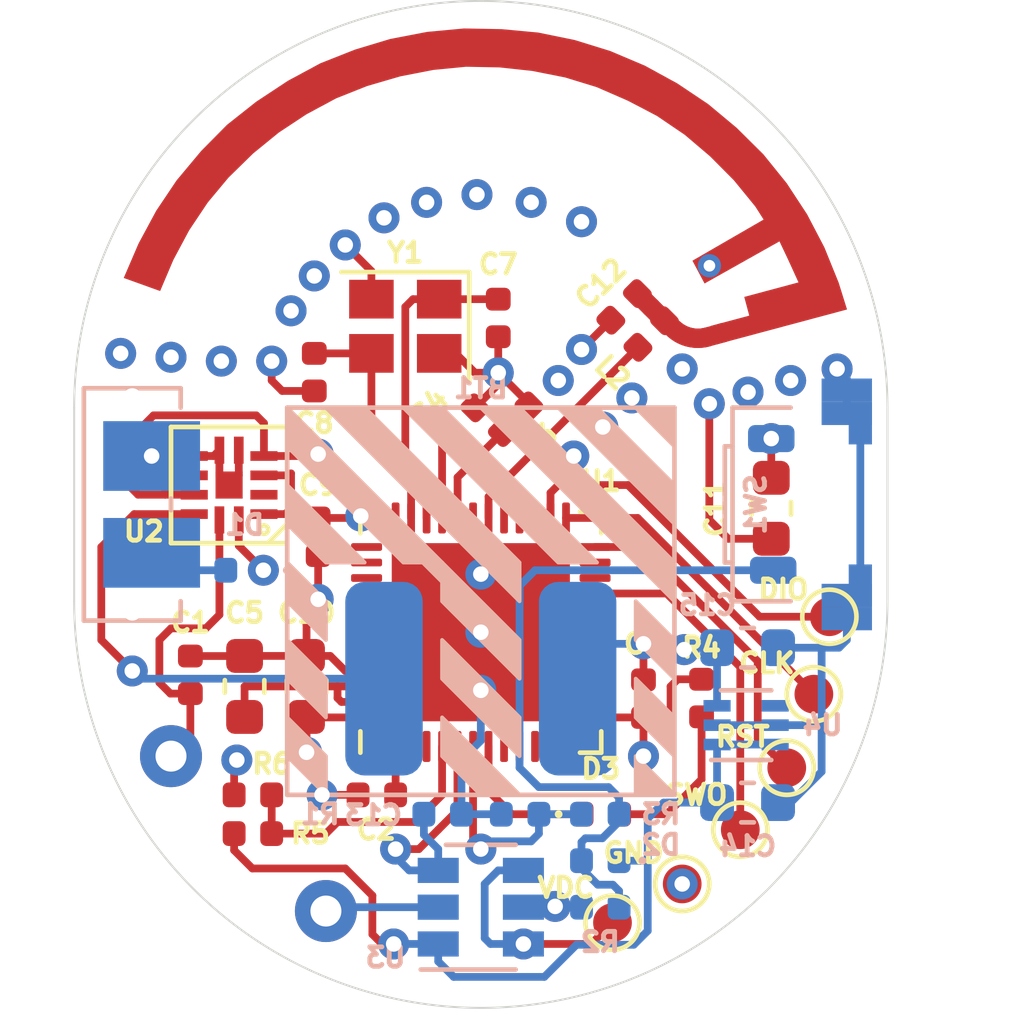
<source format=kicad_pcb>
(kicad_pcb (version 20171130) (host pcbnew 5.1.7-a382d34a8~87~ubuntu20.04.1)

  (general
    (thickness 1)
    (drawings 13)
    (tracks 313)
    (zones 0)
    (modules 42)
    (nets 56)
  )

  (page A4)
  (layers
    (0 TOP signal)
    (1 GND power)
    (2 VDD power)
    (31 BOT signal)
    (32 B.Adhes user)
    (33 F.Adhes user)
    (34 B.Paste user)
    (35 F.Paste user)
    (36 B.SilkS user)
    (37 F.SilkS user)
    (38 B.Mask user)
    (39 F.Mask user)
    (40 Dwgs.User user)
    (41 Cmts.User user)
    (42 Eco1.User user hide)
    (43 Eco2.User user)
    (44 Edge.Cuts user)
    (45 Margin user)
    (46 B.CrtYd user)
    (47 F.CrtYd user)
    (48 B.Fab user)
    (49 F.Fab user)
  )

  (setup
    (last_trace_width 0.2)
    (trace_clearance 0.2)
    (zone_clearance 0.508)
    (zone_45_only no)
    (trace_min 0.2)
    (via_size 0.8)
    (via_drill 0.4)
    (via_min_size 0.4)
    (via_min_drill 0.3)
    (uvia_size 0.3)
    (uvia_drill 0.1)
    (uvias_allowed no)
    (uvia_min_size 0.2)
    (uvia_min_drill 0.1)
    (edge_width 0.05)
    (segment_width 0.2)
    (pcb_text_width 0.3)
    (pcb_text_size 1.5 1.5)
    (mod_edge_width 0.12)
    (mod_text_size 1 1)
    (mod_text_width 0.15)
    (pad_size 1.6 1.6)
    (pad_drill 0.8)
    (pad_to_mask_clearance 0.05)
    (aux_axis_origin 0 0)
    (visible_elements FFFDFF7F)
    (pcbplotparams
      (layerselection 0x010fc_ffffffff)
      (usegerberextensions true)
      (usegerberattributes true)
      (usegerberadvancedattributes true)
      (creategerberjobfile true)
      (excludeedgelayer true)
      (linewidth 0.100000)
      (plotframeref false)
      (viasonmask false)
      (mode 1)
      (useauxorigin false)
      (hpglpennumber 1)
      (hpglpenspeed 20)
      (hpglpendiameter 15.000000)
      (psnegative false)
      (psa4output false)
      (plotreference true)
      (plotvalue false)
      (plotinvisibletext false)
      (padsonsilk false)
      (subtractmaskfromsilk true)
      (outputformat 1)
      (mirror false)
      (drillshape 0)
      (scaleselection 1)
      (outputdirectory "Gerber/"))
  )

  (net 0 "")
  (net 1 VAA)
  (net 2 /NRF_DEC1)
  (net 3 /NRF_DEC2)
  (net 4 /NRF_DEC3)
  (net 5 /NRF_DEC4)
  (net 6 +3V3)
  (net 7 VDD)
  (net 8 /NRF_BTN)
  (net 9 VDC)
  (net 10 /NRF_LED)
  (net 11 "Net-(D2-Pad2)")
  (net 12 "Net-(D3-Pad2)")
  (net 13 /V_BAT_PROT)
  (net 14 +BATT)
  (net 15 /NRF_ANT)
  (net 16 /NRF_BAT_LVL)
  (net 17 /NRF_RESET)
  (net 18 /NRF_SWDCLK)
  (net 19 /NRF_SWDIO)
  (net 20 /NRF_SWO)
  (net 21 /NRF_PWR)
  (net 22 /NRF_XC_P)
  (net 23 /NRF_XC_N)
  (net 24 GND)
  (net 25 /VDC_IN)
  (net 26 "Net-(AE1-Pad1)")
  (net 27 "Net-(U1-Pad2)")
  (net 28 "Net-(U1-Pad3)")
  (net 29 "Net-(U1-Pad8)")
  (net 30 "Net-(U1-Pad9)")
  (net 31 "Net-(U1-Pad10)")
  (net 32 "Net-(U1-Pad11)")
  (net 33 "Net-(U1-Pad12)")
  (net 34 "Net-(U1-Pad14)")
  (net 35 "Net-(U1-Pad15)")
  (net 36 "Net-(U1-Pad16)")
  (net 37 "Net-(U1-Pad17)")
  (net 38 "Net-(U1-Pad18)")
  (net 39 "Net-(U1-Pad19)")
  (net 40 "Net-(U1-Pad20)")
  (net 41 "Net-(U1-Pad22)")
  (net 42 "Net-(U1-Pad23)")
  (net 43 "Net-(U1-Pad27)")
  (net 44 "Net-(U1-Pad28)")
  (net 45 "Net-(U1-Pad29)")
  (net 46 "Net-(U1-Pad37)")
  (net 47 "Net-(U1-Pad38)")
  (net 48 "Net-(U1-Pad39)")
  (net 49 "Net-(U1-Pad40)")
  (net 50 "Net-(U1-Pad41)")
  (net 51 "Net-(U1-Pad42)")
  (net 52 "Net-(U1-Pad43)")
  (net 53 "Net-(U1-Pad44)")
  (net 54 "Net-(U2-Pad2)")
  (net 55 "Net-(U4-Pad4)")

  (net_class Default "This is the default net class."
    (clearance 0.2)
    (trace_width 0.2)
    (via_dia 0.8)
    (via_drill 0.4)
    (uvia_dia 0.3)
    (uvia_drill 0.1)
    (add_net +3V3)
    (add_net +BATT)
    (add_net /NRF_ANT)
    (add_net /NRF_BAT_LVL)
    (add_net /NRF_BTN)
    (add_net /NRF_DEC1)
    (add_net /NRF_DEC2)
    (add_net /NRF_DEC3)
    (add_net /NRF_DEC4)
    (add_net /NRF_LED)
    (add_net /NRF_PWR)
    (add_net /NRF_RESET)
    (add_net /NRF_SWDCLK)
    (add_net /NRF_SWDIO)
    (add_net /NRF_SWO)
    (add_net /NRF_XC_N)
    (add_net /NRF_XC_P)
    (add_net /VDC_IN)
    (add_net /V_BAT_PROT)
    (add_net GND)
    (add_net "Net-(AE1-Pad1)")
    (add_net "Net-(D2-Pad2)")
    (add_net "Net-(D3-Pad2)")
    (add_net "Net-(U1-Pad10)")
    (add_net "Net-(U1-Pad11)")
    (add_net "Net-(U1-Pad12)")
    (add_net "Net-(U1-Pad14)")
    (add_net "Net-(U1-Pad15)")
    (add_net "Net-(U1-Pad16)")
    (add_net "Net-(U1-Pad17)")
    (add_net "Net-(U1-Pad18)")
    (add_net "Net-(U1-Pad19)")
    (add_net "Net-(U1-Pad2)")
    (add_net "Net-(U1-Pad20)")
    (add_net "Net-(U1-Pad22)")
    (add_net "Net-(U1-Pad23)")
    (add_net "Net-(U1-Pad27)")
    (add_net "Net-(U1-Pad28)")
    (add_net "Net-(U1-Pad29)")
    (add_net "Net-(U1-Pad3)")
    (add_net "Net-(U1-Pad37)")
    (add_net "Net-(U1-Pad38)")
    (add_net "Net-(U1-Pad39)")
    (add_net "Net-(U1-Pad40)")
    (add_net "Net-(U1-Pad41)")
    (add_net "Net-(U1-Pad42)")
    (add_net "Net-(U1-Pad43)")
    (add_net "Net-(U1-Pad44)")
    (add_net "Net-(U1-Pad8)")
    (add_net "Net-(U1-Pad9)")
    (add_net "Net-(U2-Pad2)")
    (add_net "Net-(U4-Pad4)")
    (add_net VAA)
    (add_net VDC)
    (add_net VDD)
  )

  (module Connector_Pin:Pin_D1.0mm_L10.0mm_LooseFit (layer TOP) (tedit 5F95CF5C) (tstamp 5F932303)
    (at 157 109)
    (descr "solder Pin_ diameter 1.0mm, hole diameter 1.2mm (loose fit), length 10.0mm")
    (tags "solder Pin_ loose fit")
    (path /5F1E29A8)
    (fp_text reference J2 (at 0 2.25) (layer F.SilkS) hide
      (effects (font (size 1 1) (thickness 0.15)))
    )
    (fp_text value L+ (at 0 -2.05) (layer F.Fab)
      (effects (font (size 1 1) (thickness 0.15)))
    )
    (fp_circle (center 0 0) (end 0.5 0) (layer F.Fab) (width 0.12))
    (fp_text user %R (at 0 2.25) (layer F.Fab) hide
      (effects (font (size 1 1) (thickness 0.15)))
    )
    (pad 1 thru_hole circle (at 0 0) (size 1.6 1.6) (drill 0.8) (layers *.Cu *.Mask)
      (net 1 VAA))
    (model ${KISYS3DMOD}/Connector_Pin.3dshapes/Pin_D1.0mm_L10.0mm_LooseFit.wrl
      (at (xyz 0 0 0))
      (scale (xyz 1 1 1))
      (rotate (xyz 0 0 0))
    )
  )

  (module Connector_Pin:Pin_D1.0mm_L10.0mm_LooseFit (layer TOP) (tedit 5F95CF3E) (tstamp 5F93230D)
    (at 161 113)
    (descr "solder Pin_ diameter 1.0mm, hole diameter 1.2mm (loose fit), length 10.0mm")
    (tags "solder Pin_ loose fit")
    (path /5F1E394B)
    (fp_text reference J3 (at 0 2.25) (layer F.SilkS) hide
      (effects (font (size 1 1) (thickness 0.15)))
    )
    (fp_text value L- (at 0 -2.05) (layer F.Fab)
      (effects (font (size 1 1) (thickness 0.15)))
    )
    (fp_circle (center 0 0) (end 0.5 0) (layer F.Fab) (width 0.12))
    (pad 1 thru_hole circle (at 0 0) (size 1.6 1.6) (drill 0.8) (layers *.Cu *.Mask)
      (net 24 GND))
    (model ${KISYS3DMOD}/Connector_Pin.3dshapes/Pin_D1.0mm_L10.0mm_LooseFit.wrl
      (at (xyz 0 0 0))
      (scale (xyz 1 1 1))
      (rotate (xyz 0 0 0))
    )
  )

  (module Package_TO_SOT_SMD:SOT-563 (layer BOT) (tedit 5F93166E) (tstamp 5F93244C)
    (at 171.85 108.2)
    (descr SOT563)
    (tags SOT-563)
    (path /5F041FC9)
    (attr smd)
    (fp_text reference U4 (at 1.975 0) (layer B.SilkS)
      (effects (font (size 0.5 0.5) (thickness 0.125)) (justify mirror))
    )
    (fp_text value NCP170AXV330T2G (at 0 -1.75) (layer B.Fab)
      (effects (font (size 1 1) (thickness 0.15)) (justify mirror))
    )
    (fp_line (start 1.35 -1.1) (end -1.35 -1.1) (layer B.CrtYd) (width 0.05))
    (fp_line (start 1.35 -1.1) (end 1.35 1.1) (layer B.CrtYd) (width 0.05))
    (fp_line (start -1.35 1.1) (end -1.35 -1.1) (layer B.CrtYd) (width 0.05))
    (fp_line (start -1.35 1.1) (end 1.35 1.1) (layer B.CrtYd) (width 0.05))
    (fp_line (start 0.65 0.85) (end -0.3 0.85) (layer B.Fab) (width 0.1))
    (fp_line (start 0.65 -0.85) (end 0.65 0.85) (layer B.Fab) (width 0.1))
    (fp_line (start -0.65 -0.85) (end 0.65 -0.85) (layer B.Fab) (width 0.1))
    (fp_line (start -0.65 0.5) (end -0.65 -0.85) (layer B.Fab) (width 0.1))
    (fp_line (start -0.9 0.9) (end 0.65 0.9) (layer B.SilkS) (width 0.12))
    (fp_line (start 0.65 -0.9) (end -0.65 -0.9) (layer B.SilkS) (width 0.12))
    (fp_line (start -0.65 0.5) (end -0.3 0.85) (layer B.Fab) (width 0.1))
    (fp_text user %R (at 0 0 270) (layer B.Fab)
      (effects (font (size 0.4 0.4) (thickness 0.0625)) (justify mirror))
    )
    (pad 1 smd rect (at -0.75 0.5) (size 0.7 0.3) (layers BOT B.Paste B.Mask)
      (net 13 /V_BAT_PROT))
    (pad 3 smd rect (at -0.75 -0.5) (size 0.7 0.3) (layers BOT B.Paste B.Mask)
      (net 6 +3V3))
    (pad 6 smd rect (at 0.75 0.5) (size 0.7 0.3) (layers BOT B.Paste B.Mask)
      (net 13 /V_BAT_PROT))
    (pad 2 smd rect (at -0.75 0) (size 0.7 0.3) (layers BOT B.Paste B.Mask)
      (net 24 GND))
    (pad 4 smd rect (at 0.75 -0.5) (size 0.7 0.3) (layers BOT B.Paste B.Mask)
      (net 55 "Net-(U4-Pad4)"))
    (pad 5 smd rect (at 0.75 0) (size 0.7 0.3) (layers BOT B.Paste B.Mask)
      (net 24 GND))
    (model ${KISYS3DMOD}/Package_TO_SOT_SMD.3dshapes/SOT-563.wrl
      (at (xyz 0 0 0))
      (scale (xyz 1 1 1))
      (rotate (xyz 0 0 0))
    )
  )

  (module chrns_rf_antennas:BLE_ARCH_1MM (layer TOP) (tedit 5F003030) (tstamp 5F9321B0)
    (at 165 100 15)
    (path /5EF389ED)
    (fp_text reference AE1 (at 0 0 15) (layer F.SilkS) hide
      (effects (font (size 1 1) (thickness 0.15)))
    )
    (fp_text value "2.4 GHz" (at 0 0 15) (layer F.Fab)
      (effects (font (size 1 1) (thickness 0.15)))
    )
    (fp_poly (pts (xy -0.08 -10) (xy 0.9 -9.97) (xy 1.86 -9.83) (xy 2.82 -9.6)
      (xy 3.75 -9.28) (xy 4.63 -8.87) (xy 5.51 -8.35) (xy 6.29 -7.78)
      (xy 7 -7.14) (xy 7.67 -6.42) (xy 8.27 -5.63) (xy 8.78 -4.79)
      (xy 9.21 -3.91) (xy 9.54 -3) (xy 9.8 -2.03) (xy 9.94 -1.08)
      (xy 10 -0.1) (xy 9.95 0.99) (xy 5.8 0.99) (xy 5.88 0.19)
      (xy 5.87 -0.42) (xy 5.8 -1.01) (xy 5.69 -1.51) (xy 5.5 -2.1)
      (xy 5.27 -2.63) (xy 4.98 -3.14) (xy 4.64 -3.63) (xy 4.28 -4.05)
      (xy 3.86 -4.46) (xy 3.42 -4.8) (xy 2.94 -5.11) (xy 2.41 -5.38)
      (xy 1.88 -5.59) (xy 1.31 -5.75) (xy 0.75 -5.85) (xy 0.13 -5.9)
      (xy -0.41 -5.89) (xy -0.98 -5.81) (xy -1.55 -5.69) (xy -2.08 -5.52)
      (xy -2.63 -5.28) (xy -3.14 -4.99) (xy -3.61 -4.66) (xy -4.03 -4.3)
      (xy -4.45 -3.86) (xy -4.8 -3.42) (xy -5.11 -2.93) (xy -9 -4.36)
      (xy -8.36 -5.49) (xy -7.79 -6.29) (xy -7.13 -7.02) (xy -6.42 -7.68)
      (xy -5.63 -8.27) (xy -4.8 -8.79) (xy -3.91 -9.21) (xy -3 -9.55)
      (xy -2.02 -9.8) (xy -1.07 -9.95)) (layer F.Mask) (width 0))
    (fp_poly (pts (xy 3.05 -9.3) (xy 3.94 -8.97) (xy 4.8 -8.54) (xy 5.61 -8.03)
      (xy 6.38 -7.43) (xy 7.07 -6.77) (xy 7.7 -6.05) (xy 8.25 -5.27)
      (xy 8.74 -4.43) (xy 9.13 -3.55) (xy 9.43 -2.64) (xy 9.64 -1.7)
      (xy 9.76 -0.73) (xy 9.79 0) (xy 6.29 0) (xy 6.29 -0.5)
      (xy 7.31 -0.5) (xy 7.31 -1) (xy 8.76 -1) (xy 8.66 -1.6)
      (xy 8.56 -2.15) (xy 6.41 -1.6) (xy 6.26 -2.25) (xy 8.31 -2.8)
      (xy 8.19 -3.18) (xy 7.83 -3.98) (xy 7.4 -4.73) (xy 6.91 -5.44)
      (xy 6.34 -6.1) (xy 5.72 -6.67) (xy 5.03 -7.22) (xy 4.31 -7.67)
      (xy 3.54 -8.05) (xy 2.74 -8.36) (xy 1.91 -8.6) (xy 1.07 -8.74)
      (xy 0.2 -8.8) (xy -0.69 -8.78) (xy -1.54 -8.68) (xy -2.39 -8.48)
      (xy -3.2 -8.21) (xy -3.98 -7.86) (xy -4.76 -7.42) (xy -5.44 -6.94)
      (xy -6.09 -6.37) (xy -6.68 -5.74) (xy -7.22 -5.05) (xy -8.04 -5.62)
      (xy -7.44 -6.38) (xy -6.78 -7.08) (xy -6.07 -7.7) (xy -5.26 -8.27)
      (xy -4.44 -8.75) (xy -3.56 -9.13) (xy -2.63 -9.44) (xy -1.7 -9.66)
      (xy -0.75 -9.77) (xy 0.2 -9.8) (xy 1.17 -9.73) (xy 2.11 -9.57)) (layer TOP) (width 0))
    (pad 1 smd circle (at 6.54 -0.25 15) (size 0.5 0.5) (layers TOP)
      (net 26 "Net-(AE1-Pad1)"))
    (pad 2 thru_hole circle (at 6.65 -2.01 15) (size 0.6 0.6) (drill 0.3) (layers *.Cu)
      (net 24 GND))
  )

  (module chrns_rf_connector:lipol_10x10 (layer BOT) (tedit 5EF7AE36) (tstamp 5F9321CA)
    (at 165 105)
    (path /5EF3CAD8)
    (fp_text reference BT1 (at 0 -5.5) (layer B.SilkS)
      (effects (font (size 0.5 0.5) (thickness 0.125)) (justify mirror))
    )
    (fp_text value "30 mAh" (at 0 6) (layer B.Fab)
      (effects (font (size 1 1) (thickness 0.15)) (justify mirror))
    )
    (fp_poly (pts (xy -1 3) (xy -1 4) (xy 0 5) (xy 1 5)) (layer B.SilkS) (width 0.1))
    (fp_poly (pts (xy 1 3) (xy -1 1) (xy -1 2) (xy 1 4)) (layer B.SilkS) (width 0.1))
    (fp_poly (pts (xy 1 1) (xy -1 -1) (xy -1.5 -1) (xy -1 -0.5)
      (xy -1 0) (xy 1 2)) (layer B.SilkS) (width 0.1))
    (fp_poly (pts (xy -4 4) (xy -5 3) (xy -5 4) (xy -4 5)) (layer B.SilkS) (width 0.1))
    (fp_poly (pts (xy -4 2) (xy -5 1) (xy -5 2) (xy -4 3)) (layer B.SilkS) (width 0.1))
    (fp_poly (pts (xy -4 0) (xy -5 -1) (xy -5 0) (xy -4 1)) (layer B.SilkS) (width 0.1))
    (fp_poly (pts (xy -5 -3) (xy -5 -2) (xy -4 -1) (xy -3 -1)) (layer B.SilkS) (width 0.1))
    (fp_poly (pts (xy -5 -5) (xy -5 -4) (xy -2 -1) (xy -1 -1)) (layer B.SilkS) (width 0.1))
    (fp_poly (pts (xy 1 -1) (xy -3 -5) (xy -4 -5) (xy 1 0)) (layer B.SilkS) (width 0.1))
    (fp_poly (pts (xy -1 -5) (xy -2 -5) (xy 2 -1) (xy 3 -1)) (layer B.SilkS) (width 0.1))
    (fp_poly (pts (xy 4 4) (xy 4 5) (xy 5 5)) (layer B.SilkS) (width 0.1))
    (fp_poly (pts (xy 5 3) (xy 4 2) (xy 4 3) (xy 5 4)) (layer B.SilkS) (width 0.1))
    (fp_poly (pts (xy 5 1) (xy 4 0) (xy 4 1) (xy 5 2)) (layer B.SilkS) (width 0.1))
    (fp_poly (pts (xy 5 -1) (xy 1 -5) (xy 0 -5) (xy 5 0)) (layer B.SilkS) (width 0.1))
    (fp_poly (pts (xy 5 -3) (xy 3 -5) (xy 2 -5) (xy 5 -2)) (layer B.SilkS) (width 0.1))
    (fp_poly (pts (xy 5 -5) (xy 4 -5) (xy 5 -4)) (layer B.SilkS) (width 0.1))
    (fp_line (start -5 -5) (end -5 5) (layer B.SilkS) (width 0.12))
    (fp_line (start 5 -5) (end -5 -5) (layer B.SilkS) (width 0.12))
    (fp_line (start 5 5) (end 5 -5) (layer B.SilkS) (width 0.12))
    (fp_line (start -5 5) (end 5 5) (layer B.SilkS) (width 0.12))
    (pad 1 smd roundrect (at -2.5 2) (size 2 5) (layers BOT B.Paste B.Mask) (roundrect_rratio 0.25)
      (net 14 +BATT))
    (pad 2 smd roundrect (at 2.5 2) (size 2 5) (layers BOT B.Paste B.Mask) (roundrect_rratio 0.25)
      (net 24 GND))
  )

  (module Capacitor_SMD:C_0402_1005Metric (layer TOP) (tedit 5B301BBE) (tstamp 5F9321D9)
    (at 157.5 106.9 90)
    (descr "Capacitor SMD 0402 (1005 Metric), square (rectangular) end terminal, IPC_7351 nominal, (Body size source: http://www.tortai-tech.com/upload/download/2011102023233369053.pdf), generated with kicad-footprint-generator")
    (tags capacitor)
    (path /5F01978C)
    (attr smd)
    (fp_text reference C1 (at 1.35 0 180) (layer F.SilkS)
      (effects (font (size 0.5 0.5) (thickness 0.125)))
    )
    (fp_text value 3.3n (at 0 1.17 90) (layer F.Fab)
      (effects (font (size 1 1) (thickness 0.15)))
    )
    (fp_line (start 0.93 0.47) (end -0.93 0.47) (layer F.CrtYd) (width 0.05))
    (fp_line (start 0.93 -0.47) (end 0.93 0.47) (layer F.CrtYd) (width 0.05))
    (fp_line (start -0.93 -0.47) (end 0.93 -0.47) (layer F.CrtYd) (width 0.05))
    (fp_line (start -0.93 0.47) (end -0.93 -0.47) (layer F.CrtYd) (width 0.05))
    (fp_line (start 0.5 0.25) (end -0.5 0.25) (layer F.Fab) (width 0.1))
    (fp_line (start 0.5 -0.25) (end 0.5 0.25) (layer F.Fab) (width 0.1))
    (fp_line (start -0.5 -0.25) (end 0.5 -0.25) (layer F.Fab) (width 0.1))
    (fp_line (start -0.5 0.25) (end -0.5 -0.25) (layer F.Fab) (width 0.1))
    (fp_text user %R (at 0 0 90) (layer F.Fab)
      (effects (font (size 0.25 0.25) (thickness 0.04)))
    )
    (pad 1 smd roundrect (at -0.485 0 90) (size 0.59 0.64) (layers TOP F.Paste F.Mask) (roundrect_rratio 0.25)
      (net 1 VAA))
    (pad 2 smd roundrect (at 0.485 0 90) (size 0.59 0.64) (layers TOP F.Paste F.Mask) (roundrect_rratio 0.25)
      (net 24 GND))
    (model ${KISYS3DMOD}/Capacitor_SMD.3dshapes/C_0402_1005Metric.wrl
      (at (xyz 0 0 0))
      (scale (xyz 1 1 1))
      (rotate (xyz 0 0 0))
    )
  )

  (module Capacitor_SMD:C_0402_1005Metric (layer TOP) (tedit 5B301BBE) (tstamp 5F9321E8)
    (at 162.315 110 180)
    (descr "Capacitor SMD 0402 (1005 Metric), square (rectangular) end terminal, IPC_7351 nominal, (Body size source: http://www.tortai-tech.com/upload/download/2011102023233369053.pdf), generated with kicad-footprint-generator")
    (tags capacitor)
    (path /5F13DBE8)
    (attr smd)
    (fp_text reference C2 (at 0.015 -0.9) (layer F.SilkS)
      (effects (font (size 0.5 0.5) (thickness 0.125)))
    )
    (fp_text value 0.1u (at 0 1.17) (layer F.Fab)
      (effects (font (size 1 1) (thickness 0.15)))
    )
    (fp_line (start 0.93 0.47) (end -0.93 0.47) (layer F.CrtYd) (width 0.05))
    (fp_line (start 0.93 -0.47) (end 0.93 0.47) (layer F.CrtYd) (width 0.05))
    (fp_line (start -0.93 -0.47) (end 0.93 -0.47) (layer F.CrtYd) (width 0.05))
    (fp_line (start -0.93 0.47) (end -0.93 -0.47) (layer F.CrtYd) (width 0.05))
    (fp_line (start 0.5 0.25) (end -0.5 0.25) (layer F.Fab) (width 0.1))
    (fp_line (start 0.5 -0.25) (end 0.5 0.25) (layer F.Fab) (width 0.1))
    (fp_line (start -0.5 -0.25) (end 0.5 -0.25) (layer F.Fab) (width 0.1))
    (fp_line (start -0.5 0.25) (end -0.5 -0.25) (layer F.Fab) (width 0.1))
    (fp_text user %R (at 0 0) (layer F.Fab)
      (effects (font (size 0.25 0.25) (thickness 0.04)))
    )
    (pad 1 smd roundrect (at -0.485 0 180) (size 0.59 0.64) (layers TOP F.Paste F.Mask) (roundrect_rratio 0.25)
      (net 2 /NRF_DEC1))
    (pad 2 smd roundrect (at 0.485 0 180) (size 0.59 0.64) (layers TOP F.Paste F.Mask) (roundrect_rratio 0.25)
      (net 24 GND))
    (model ${KISYS3DMOD}/Capacitor_SMD.3dshapes/C_0402_1005Metric.wrl
      (at (xyz 0 0 0))
      (scale (xyz 1 1 1))
      (rotate (xyz 0 0 0))
    )
  )

  (module Capacitor_SMD:C_0402_1005Metric (layer TOP) (tedit 5B301BBE) (tstamp 5F9321F7)
    (at 165.9 100.3 45)
    (descr "Capacitor SMD 0402 (1005 Metric), square (rectangular) end terminal, IPC_7351 nominal, (Body size source: http://www.tortai-tech.com/upload/download/2011102023233369053.pdf), generated with kicad-footprint-generator")
    (tags capacitor)
    (path /5F1504B2)
    (attr smd)
    (fp_text reference C3 (at 0 0.848528 45) (layer F.SilkS)
      (effects (font (size 0.5 0.5) (thickness 0.125)))
    )
    (fp_text value N.C. (at 0 1.17 45) (layer F.Fab)
      (effects (font (size 1 1) (thickness 0.15)))
    )
    (fp_line (start -0.5 0.25) (end -0.5 -0.25) (layer F.Fab) (width 0.1))
    (fp_line (start -0.5 -0.25) (end 0.5 -0.25) (layer F.Fab) (width 0.1))
    (fp_line (start 0.5 -0.25) (end 0.5 0.25) (layer F.Fab) (width 0.1))
    (fp_line (start 0.5 0.25) (end -0.5 0.25) (layer F.Fab) (width 0.1))
    (fp_line (start -0.93 0.47) (end -0.93 -0.47) (layer F.CrtYd) (width 0.05))
    (fp_line (start -0.93 -0.47) (end 0.93 -0.47) (layer F.CrtYd) (width 0.05))
    (fp_line (start 0.93 -0.47) (end 0.93 0.47) (layer F.CrtYd) (width 0.05))
    (fp_line (start 0.93 0.47) (end -0.93 0.47) (layer F.CrtYd) (width 0.05))
    (fp_text user %R (at 0 0 45) (layer F.Fab)
      (effects (font (size 0.25 0.25) (thickness 0.04)))
    )
    (pad 2 smd roundrect (at 0.485 0 45) (size 0.59 0.64) (layers TOP F.Paste F.Mask) (roundrect_rratio 0.25)
      (net 24 GND))
    (pad 1 smd roundrect (at -0.485 0 45) (size 0.59 0.64) (layers TOP F.Paste F.Mask) (roundrect_rratio 0.25)
      (net 3 /NRF_DEC2))
    (model ${KISYS3DMOD}/Capacitor_SMD.3dshapes/C_0402_1005Metric.wrl
      (at (xyz 0 0 0))
      (scale (xyz 1 1 1))
      (rotate (xyz 0 0 0))
    )
  )

  (module Capacitor_SMD:C_0402_1005Metric (layer TOP) (tedit 5B301BBE) (tstamp 5F932206)
    (at 164.5 100.35 45)
    (descr "Capacitor SMD 0402 (1005 Metric), square (rectangular) end terminal, IPC_7351 nominal, (Body size source: http://www.tortai-tech.com/upload/download/2011102023233369053.pdf), generated with kicad-footprint-generator")
    (tags capacitor)
    (path /5F1571E1)
    (attr smd)
    (fp_text reference C4 (at -0.337513 -0.832487 45) (layer F.SilkS)
      (effects (font (size 0.5 0.5) (thickness 0.125)))
    )
    (fp_text value 0.1u (at 0 1.17 45) (layer F.Fab)
      (effects (font (size 1 1) (thickness 0.15)))
    )
    (fp_line (start 0.93 0.47) (end -0.93 0.47) (layer F.CrtYd) (width 0.05))
    (fp_line (start 0.93 -0.47) (end 0.93 0.47) (layer F.CrtYd) (width 0.05))
    (fp_line (start -0.93 -0.47) (end 0.93 -0.47) (layer F.CrtYd) (width 0.05))
    (fp_line (start -0.93 0.47) (end -0.93 -0.47) (layer F.CrtYd) (width 0.05))
    (fp_line (start 0.5 0.25) (end -0.5 0.25) (layer F.Fab) (width 0.1))
    (fp_line (start 0.5 -0.25) (end 0.5 0.25) (layer F.Fab) (width 0.1))
    (fp_line (start -0.5 -0.25) (end 0.5 -0.25) (layer F.Fab) (width 0.1))
    (fp_line (start -0.5 0.25) (end -0.5 -0.25) (layer F.Fab) (width 0.1))
    (fp_text user %R (at 0 0 45) (layer F.Fab)
      (effects (font (size 0.25 0.25) (thickness 0.04)))
    )
    (pad 1 smd roundrect (at -0.485 0 45) (size 0.59 0.64) (layers TOP F.Paste F.Mask) (roundrect_rratio 0.25)
      (net 4 /NRF_DEC3))
    (pad 2 smd roundrect (at 0.485 0 45) (size 0.59 0.64) (layers TOP F.Paste F.Mask) (roundrect_rratio 0.25)
      (net 24 GND))
    (model ${KISYS3DMOD}/Capacitor_SMD.3dshapes/C_0402_1005Metric.wrl
      (at (xyz 0 0 0))
      (scale (xyz 1 1 1))
      (rotate (xyz 0 0 0))
    )
  )

  (module Capacitor_SMD:C_0603_1608Metric (layer TOP) (tedit 5B301BBE) (tstamp 5F932217)
    (at 158.9 107.2 90)
    (descr "Capacitor SMD 0603 (1608 Metric), square (rectangular) end terminal, IPC_7351 nominal, (Body size source: http://www.tortai-tech.com/upload/download/2011102023233369053.pdf), generated with kicad-footprint-generator")
    (tags capacitor)
    (path /5F164F8D)
    (attr smd)
    (fp_text reference C5 (at 1.9 0 180) (layer F.SilkS)
      (effects (font (size 0.5 0.5) (thickness 0.125)))
    )
    (fp_text value 1u (at 0 1.43 90) (layer F.Fab)
      (effects (font (size 1 1) (thickness 0.15)))
    )
    (fp_line (start 1.48 0.73) (end -1.48 0.73) (layer F.CrtYd) (width 0.05))
    (fp_line (start 1.48 -0.73) (end 1.48 0.73) (layer F.CrtYd) (width 0.05))
    (fp_line (start -1.48 -0.73) (end 1.48 -0.73) (layer F.CrtYd) (width 0.05))
    (fp_line (start -1.48 0.73) (end -1.48 -0.73) (layer F.CrtYd) (width 0.05))
    (fp_line (start -0.162779 0.51) (end 0.162779 0.51) (layer F.SilkS) (width 0.12))
    (fp_line (start -0.162779 -0.51) (end 0.162779 -0.51) (layer F.SilkS) (width 0.12))
    (fp_line (start 0.8 0.4) (end -0.8 0.4) (layer F.Fab) (width 0.1))
    (fp_line (start 0.8 -0.4) (end 0.8 0.4) (layer F.Fab) (width 0.1))
    (fp_line (start -0.8 -0.4) (end 0.8 -0.4) (layer F.Fab) (width 0.1))
    (fp_line (start -0.8 0.4) (end -0.8 -0.4) (layer F.Fab) (width 0.1))
    (fp_text user %R (at 0 0 90) (layer F.Fab)
      (effects (font (size 0.4 0.4) (thickness 0.06)))
    )
    (pad 1 smd roundrect (at -0.7875 0 90) (size 0.875 0.95) (layers TOP F.Paste F.Mask) (roundrect_rratio 0.25)
      (net 5 /NRF_DEC4))
    (pad 2 smd roundrect (at 0.7875 0 90) (size 0.875 0.95) (layers TOP F.Paste F.Mask) (roundrect_rratio 0.25)
      (net 24 GND))
    (model ${KISYS3DMOD}/Capacitor_SMD.3dshapes/C_0603_1608Metric.wrl
      (at (xyz 0 0 0))
      (scale (xyz 1 1 1))
      (rotate (xyz 0 0 0))
    )
  )

  (module Capacitor_SMD:C_0402_1005Metric (layer TOP) (tedit 5B301BBE) (tstamp 5F932226)
    (at 169.2 107.515 90)
    (descr "Capacitor SMD 0402 (1005 Metric), square (rectangular) end terminal, IPC_7351 nominal, (Body size source: http://www.tortai-tech.com/upload/download/2011102023233369053.pdf), generated with kicad-footprint-generator")
    (tags capacitor)
    (path /5F0DE53C)
    (attr smd)
    (fp_text reference C6 (at 1.415 0 180) (layer F.SilkS)
      (effects (font (size 0.5 0.5) (thickness 0.125)))
    )
    (fp_text value 0.1u (at 0 1.17 90) (layer F.Fab)
      (effects (font (size 1 1) (thickness 0.15)))
    )
    (fp_line (start 0.93 0.47) (end -0.93 0.47) (layer F.CrtYd) (width 0.05))
    (fp_line (start 0.93 -0.47) (end 0.93 0.47) (layer F.CrtYd) (width 0.05))
    (fp_line (start -0.93 -0.47) (end 0.93 -0.47) (layer F.CrtYd) (width 0.05))
    (fp_line (start -0.93 0.47) (end -0.93 -0.47) (layer F.CrtYd) (width 0.05))
    (fp_line (start 0.5 0.25) (end -0.5 0.25) (layer F.Fab) (width 0.1))
    (fp_line (start 0.5 -0.25) (end 0.5 0.25) (layer F.Fab) (width 0.1))
    (fp_line (start -0.5 -0.25) (end 0.5 -0.25) (layer F.Fab) (width 0.1))
    (fp_line (start -0.5 0.25) (end -0.5 -0.25) (layer F.Fab) (width 0.1))
    (fp_text user %R (at 0 0 90) (layer F.Fab)
      (effects (font (size 0.25 0.25) (thickness 0.04)))
    )
    (pad 1 smd roundrect (at -0.485 0 90) (size 0.59 0.64) (layers TOP F.Paste F.Mask) (roundrect_rratio 0.25)
      (net 6 +3V3))
    (pad 2 smd roundrect (at 0.485 0 90) (size 0.59 0.64) (layers TOP F.Paste F.Mask) (roundrect_rratio 0.25)
      (net 24 GND))
    (model ${KISYS3DMOD}/Capacitor_SMD.3dshapes/C_0402_1005Metric.wrl
      (at (xyz 0 0 0))
      (scale (xyz 1 1 1))
      (rotate (xyz 0 0 0))
    )
  )

  (module Capacitor_SMD:C_0402_1005Metric (layer TOP) (tedit 5B301BBE) (tstamp 5F932235)
    (at 165.45 97.685 90)
    (descr "Capacitor SMD 0402 (1005 Metric), square (rectangular) end terminal, IPC_7351 nominal, (Body size source: http://www.tortai-tech.com/upload/download/2011102023233369053.pdf), generated with kicad-footprint-generator")
    (tags capacitor)
    (path /5EF5D5BD)
    (attr smd)
    (fp_text reference C7 (at 1.385 0 180) (layer F.SilkS)
      (effects (font (size 0.5 0.5) (thickness 0.125)))
    )
    (fp_text value 10p (at 0 1.17 90) (layer F.Fab)
      (effects (font (size 1 1) (thickness 0.15)))
    )
    (fp_line (start -0.5 0.25) (end -0.5 -0.25) (layer F.Fab) (width 0.1))
    (fp_line (start -0.5 -0.25) (end 0.5 -0.25) (layer F.Fab) (width 0.1))
    (fp_line (start 0.5 -0.25) (end 0.5 0.25) (layer F.Fab) (width 0.1))
    (fp_line (start 0.5 0.25) (end -0.5 0.25) (layer F.Fab) (width 0.1))
    (fp_line (start -0.93 0.47) (end -0.93 -0.47) (layer F.CrtYd) (width 0.05))
    (fp_line (start -0.93 -0.47) (end 0.93 -0.47) (layer F.CrtYd) (width 0.05))
    (fp_line (start 0.93 -0.47) (end 0.93 0.47) (layer F.CrtYd) (width 0.05))
    (fp_line (start 0.93 0.47) (end -0.93 0.47) (layer F.CrtYd) (width 0.05))
    (fp_text user %R (at 0 0 90) (layer F.Fab)
      (effects (font (size 0.25 0.25) (thickness 0.04)))
    )
    (pad 2 smd roundrect (at 0.485 0 90) (size 0.59 0.64) (layers TOP F.Paste F.Mask) (roundrect_rratio 0.25)
      (net 22 /NRF_XC_P))
    (pad 1 smd roundrect (at -0.485 0 90) (size 0.59 0.64) (layers TOP F.Paste F.Mask) (roundrect_rratio 0.25)
      (net 24 GND))
    (model ${KISYS3DMOD}/Capacitor_SMD.3dshapes/C_0402_1005Metric.wrl
      (at (xyz 0 0 0))
      (scale (xyz 1 1 1))
      (rotate (xyz 0 0 0))
    )
  )

  (module Capacitor_SMD:C_0402_1005Metric (layer TOP) (tedit 5B301BBE) (tstamp 5F932244)
    (at 160.7 99.085 90)
    (descr "Capacitor SMD 0402 (1005 Metric), square (rectangular) end terminal, IPC_7351 nominal, (Body size source: http://www.tortai-tech.com/upload/download/2011102023233369053.pdf), generated with kicad-footprint-generator")
    (tags capacitor)
    (path /5EF5CC64)
    (attr smd)
    (fp_text reference C8 (at -1.315 0 180) (layer F.SilkS)
      (effects (font (size 0.5 0.5) (thickness 0.125)))
    )
    (fp_text value 10p (at 0 1.17 90) (layer F.Fab)
      (effects (font (size 1 1) (thickness 0.15)))
    )
    (fp_line (start 0.93 0.47) (end -0.93 0.47) (layer F.CrtYd) (width 0.05))
    (fp_line (start 0.93 -0.47) (end 0.93 0.47) (layer F.CrtYd) (width 0.05))
    (fp_line (start -0.93 -0.47) (end 0.93 -0.47) (layer F.CrtYd) (width 0.05))
    (fp_line (start -0.93 0.47) (end -0.93 -0.47) (layer F.CrtYd) (width 0.05))
    (fp_line (start 0.5 0.25) (end -0.5 0.25) (layer F.Fab) (width 0.1))
    (fp_line (start 0.5 -0.25) (end 0.5 0.25) (layer F.Fab) (width 0.1))
    (fp_line (start -0.5 -0.25) (end 0.5 -0.25) (layer F.Fab) (width 0.1))
    (fp_line (start -0.5 0.25) (end -0.5 -0.25) (layer F.Fab) (width 0.1))
    (fp_text user %R (at 0 0 90) (layer F.Fab)
      (effects (font (size 0.25 0.25) (thickness 0.04)))
    )
    (pad 1 smd roundrect (at -0.485 0 90) (size 0.59 0.64) (layers TOP F.Paste F.Mask) (roundrect_rratio 0.25)
      (net 24 GND))
    (pad 2 smd roundrect (at 0.485 0 90) (size 0.59 0.64) (layers TOP F.Paste F.Mask) (roundrect_rratio 0.25)
      (net 23 /NRF_XC_N))
    (model ${KISYS3DMOD}/Capacitor_SMD.3dshapes/C_0402_1005Metric.wrl
      (at (xyz 0 0 0))
      (scale (xyz 1 1 1))
      (rotate (xyz 0 0 0))
    )
  )

  (module Capacitor_SMD:C_0402_1005Metric (layer TOP) (tedit 5B301BBE) (tstamp 5F932253)
    (at 160.8 103.335 270)
    (descr "Capacitor SMD 0402 (1005 Metric), square (rectangular) end terminal, IPC_7351 nominal, (Body size source: http://www.tortai-tech.com/upload/download/2011102023233369053.pdf), generated with kicad-footprint-generator")
    (tags capacitor)
    (path /5F0DEC0F)
    (attr smd)
    (fp_text reference C9 (at -1.335 0 180) (layer F.SilkS)
      (effects (font (size 0.5 0.5) (thickness 0.125)))
    )
    (fp_text value 0.1u (at 0 1.17 90) (layer F.Fab)
      (effects (font (size 1 1) (thickness 0.15)))
    )
    (fp_line (start -0.5 0.25) (end -0.5 -0.25) (layer F.Fab) (width 0.1))
    (fp_line (start -0.5 -0.25) (end 0.5 -0.25) (layer F.Fab) (width 0.1))
    (fp_line (start 0.5 -0.25) (end 0.5 0.25) (layer F.Fab) (width 0.1))
    (fp_line (start 0.5 0.25) (end -0.5 0.25) (layer F.Fab) (width 0.1))
    (fp_line (start -0.93 0.47) (end -0.93 -0.47) (layer F.CrtYd) (width 0.05))
    (fp_line (start -0.93 -0.47) (end 0.93 -0.47) (layer F.CrtYd) (width 0.05))
    (fp_line (start 0.93 -0.47) (end 0.93 0.47) (layer F.CrtYd) (width 0.05))
    (fp_line (start 0.93 0.47) (end -0.93 0.47) (layer F.CrtYd) (width 0.05))
    (fp_text user %R (at 0 0 90) (layer F.Fab)
      (effects (font (size 0.25 0.25) (thickness 0.04)))
    )
    (pad 2 smd roundrect (at 0.485 0 270) (size 0.59 0.64) (layers TOP F.Paste F.Mask) (roundrect_rratio 0.25)
      (net 24 GND))
    (pad 1 smd roundrect (at -0.485 0 270) (size 0.59 0.64) (layers TOP F.Paste F.Mask) (roundrect_rratio 0.25)
      (net 6 +3V3))
    (model ${KISYS3DMOD}/Capacitor_SMD.3dshapes/C_0402_1005Metric.wrl
      (at (xyz 0 0 0))
      (scale (xyz 1 1 1))
      (rotate (xyz 0 0 0))
    )
  )

  (module Capacitor_SMD:C_0603_1608Metric (layer TOP) (tedit 5B301BBE) (tstamp 5F932264)
    (at 160.5 107.2 90)
    (descr "Capacitor SMD 0603 (1608 Metric), square (rectangular) end terminal, IPC_7351 nominal, (Body size source: http://www.tortai-tech.com/upload/download/2011102023233369053.pdf), generated with kicad-footprint-generator")
    (tags capacitor)
    (path /5F0DEE4F)
    (attr smd)
    (fp_text reference C10 (at 1.9 0 180) (layer F.SilkS)
      (effects (font (size 0.5 0.5) (thickness 0.125)))
    )
    (fp_text value 4.7u (at 0 1.43 90) (layer F.Fab)
      (effects (font (size 1 1) (thickness 0.15)))
    )
    (fp_line (start -0.8 0.4) (end -0.8 -0.4) (layer F.Fab) (width 0.1))
    (fp_line (start -0.8 -0.4) (end 0.8 -0.4) (layer F.Fab) (width 0.1))
    (fp_line (start 0.8 -0.4) (end 0.8 0.4) (layer F.Fab) (width 0.1))
    (fp_line (start 0.8 0.4) (end -0.8 0.4) (layer F.Fab) (width 0.1))
    (fp_line (start -0.162779 -0.51) (end 0.162779 -0.51) (layer F.SilkS) (width 0.12))
    (fp_line (start -0.162779 0.51) (end 0.162779 0.51) (layer F.SilkS) (width 0.12))
    (fp_line (start -1.48 0.73) (end -1.48 -0.73) (layer F.CrtYd) (width 0.05))
    (fp_line (start -1.48 -0.73) (end 1.48 -0.73) (layer F.CrtYd) (width 0.05))
    (fp_line (start 1.48 -0.73) (end 1.48 0.73) (layer F.CrtYd) (width 0.05))
    (fp_line (start 1.48 0.73) (end -1.48 0.73) (layer F.CrtYd) (width 0.05))
    (fp_text user %R (at 0 0 90) (layer F.Fab)
      (effects (font (size 0.4 0.4) (thickness 0.06)))
    )
    (pad 2 smd roundrect (at 0.7875 0 90) (size 0.875 0.95) (layers TOP F.Paste F.Mask) (roundrect_rratio 0.25)
      (net 24 GND))
    (pad 1 smd roundrect (at -0.7875 0 90) (size 0.875 0.95) (layers TOP F.Paste F.Mask) (roundrect_rratio 0.25)
      (net 6 +3V3))
    (model ${KISYS3DMOD}/Capacitor_SMD.3dshapes/C_0603_1608Metric.wrl
      (at (xyz 0 0 0))
      (scale (xyz 1 1 1))
      (rotate (xyz 0 0 0))
    )
  )

  (module Capacitor_SMD:C_0603_1608Metric (layer TOP) (tedit 5B301BBE) (tstamp 5F932275)
    (at 172.5 102.6 90)
    (descr "Capacitor SMD 0603 (1608 Metric), square (rectangular) end terminal, IPC_7351 nominal, (Body size source: http://www.tortai-tech.com/upload/download/2011102023233369053.pdf), generated with kicad-footprint-generator")
    (tags capacitor)
    (path /5F07BDC5)
    (attr smd)
    (fp_text reference C11 (at 0 -1.43 90) (layer F.SilkS)
      (effects (font (size 0.5 0.5) (thickness 0.125)))
    )
    (fp_text value 1u (at 0 1.43 90) (layer F.Fab)
      (effects (font (size 1 1) (thickness 0.15)))
    )
    (fp_line (start 1.48 0.73) (end -1.48 0.73) (layer F.CrtYd) (width 0.05))
    (fp_line (start 1.48 -0.73) (end 1.48 0.73) (layer F.CrtYd) (width 0.05))
    (fp_line (start -1.48 -0.73) (end 1.48 -0.73) (layer F.CrtYd) (width 0.05))
    (fp_line (start -1.48 0.73) (end -1.48 -0.73) (layer F.CrtYd) (width 0.05))
    (fp_line (start -0.162779 0.51) (end 0.162779 0.51) (layer F.SilkS) (width 0.12))
    (fp_line (start -0.162779 -0.51) (end 0.162779 -0.51) (layer F.SilkS) (width 0.12))
    (fp_line (start 0.8 0.4) (end -0.8 0.4) (layer F.Fab) (width 0.1))
    (fp_line (start 0.8 -0.4) (end 0.8 0.4) (layer F.Fab) (width 0.1))
    (fp_line (start -0.8 -0.4) (end 0.8 -0.4) (layer F.Fab) (width 0.1))
    (fp_line (start -0.8 0.4) (end -0.8 -0.4) (layer F.Fab) (width 0.1))
    (fp_text user %R (at 0 0 90) (layer F.Fab)
      (effects (font (size 0.4 0.4) (thickness 0.06)))
    )
    (pad 1 smd roundrect (at -0.7875 0 90) (size 0.875 0.95) (layers TOP F.Paste F.Mask) (roundrect_rratio 0.25)
      (net 24 GND))
    (pad 2 smd roundrect (at 0.7875 0 90) (size 0.875 0.95) (layers TOP F.Paste F.Mask) (roundrect_rratio 0.25)
      (net 7 VDD))
    (model ${KISYS3DMOD}/Capacitor_SMD.3dshapes/C_0603_1608Metric.wrl
      (at (xyz 0 0 0))
      (scale (xyz 1 1 1))
      (rotate (xyz 0 0 0))
    )
  )

  (module Capacitor_SMD:C_0402_1005Metric (layer TOP) (tedit 5B301BBE) (tstamp 5F932284)
    (at 168.7 97.4 225)
    (descr "Capacitor SMD 0402 (1005 Metric), square (rectangular) end terminal, IPC_7351 nominal, (Body size source: http://www.tortai-tech.com/upload/download/2011102023233369053.pdf), generated with kicad-footprint-generator")
    (tags capacitor)
    (path /5EF4364C)
    (attr smd)
    (fp_text reference C12 (at 0 0.848528 45) (layer F.SilkS)
      (effects (font (size 0.5 0.5) (thickness 0.125)))
    )
    (fp_text value 0.8p (at 0 1.17 45) (layer F.Fab)
      (effects (font (size 1 1) (thickness 0.15)))
    )
    (fp_line (start -0.5 0.25) (end -0.5 -0.25) (layer F.Fab) (width 0.1))
    (fp_line (start -0.5 -0.25) (end 0.5 -0.25) (layer F.Fab) (width 0.1))
    (fp_line (start 0.5 -0.25) (end 0.5 0.25) (layer F.Fab) (width 0.1))
    (fp_line (start 0.5 0.25) (end -0.5 0.25) (layer F.Fab) (width 0.1))
    (fp_line (start -0.93 0.47) (end -0.93 -0.47) (layer F.CrtYd) (width 0.05))
    (fp_line (start -0.93 -0.47) (end 0.93 -0.47) (layer F.CrtYd) (width 0.05))
    (fp_line (start 0.93 -0.47) (end 0.93 0.47) (layer F.CrtYd) (width 0.05))
    (fp_line (start 0.93 0.47) (end -0.93 0.47) (layer F.CrtYd) (width 0.05))
    (fp_text user %R (at 0 0 45) (layer F.Fab)
      (effects (font (size 0.25 0.25) (thickness 0.04)))
    )
    (pad 2 smd roundrect (at 0.485 0 225) (size 0.59 0.64) (layers TOP F.Paste F.Mask) (roundrect_rratio 0.25)
      (net 24 GND))
    (pad 1 smd roundrect (at -0.485 0 225) (size 0.59 0.64) (layers TOP F.Paste F.Mask) (roundrect_rratio 0.25)
      (net 26 "Net-(AE1-Pad1)"))
    (model ${KISYS3DMOD}/Capacitor_SMD.3dshapes/C_0402_1005Metric.wrl
      (at (xyz 0 0 0))
      (scale (xyz 1 1 1))
      (rotate (xyz 0 0 0))
    )
  )

  (module Capacitor_SMD:C_0402_1005Metric (layer BOT) (tedit 5B301BBE) (tstamp 5F932293)
    (at 166.015 110.5 180)
    (descr "Capacitor SMD 0402 (1005 Metric), square (rectangular) end terminal, IPC_7351 nominal, (Body size source: http://www.tortai-tech.com/upload/download/2011102023233369053.pdf), generated with kicad-footprint-generator")
    (tags capacitor)
    (path /5F04C1BA)
    (attr smd)
    (fp_text reference C13 (at 3.79 -0.025 180) (layer B.SilkS)
      (effects (font (size 0.5 0.5) (thickness 0.125)) (justify mirror))
    )
    (fp_text value 0.1u (at 0 -1.17 180) (layer B.Fab)
      (effects (font (size 1 1) (thickness 0.15)) (justify mirror))
    )
    (fp_line (start -0.5 -0.25) (end -0.5 0.25) (layer B.Fab) (width 0.1))
    (fp_line (start -0.5 0.25) (end 0.5 0.25) (layer B.Fab) (width 0.1))
    (fp_line (start 0.5 0.25) (end 0.5 -0.25) (layer B.Fab) (width 0.1))
    (fp_line (start 0.5 -0.25) (end -0.5 -0.25) (layer B.Fab) (width 0.1))
    (fp_line (start -0.93 -0.47) (end -0.93 0.47) (layer B.CrtYd) (width 0.05))
    (fp_line (start -0.93 0.47) (end 0.93 0.47) (layer B.CrtYd) (width 0.05))
    (fp_line (start 0.93 0.47) (end 0.93 -0.47) (layer B.CrtYd) (width 0.05))
    (fp_line (start 0.93 -0.47) (end -0.93 -0.47) (layer B.CrtYd) (width 0.05))
    (fp_text user %R (at 0 0 180) (layer B.Fab)
      (effects (font (size 0.25 0.25) (thickness 0.04)) (justify mirror))
    )
    (pad 2 smd roundrect (at 0.485 0 180) (size 0.59 0.64) (layers BOT B.Paste B.Mask) (roundrect_rratio 0.25)
      (net 24 GND))
    (pad 1 smd roundrect (at -0.485 0 180) (size 0.59 0.64) (layers BOT B.Paste B.Mask) (roundrect_rratio 0.25)
      (net 8 /NRF_BTN))
    (model ${KISYS3DMOD}/Capacitor_SMD.3dshapes/C_0402_1005Metric.wrl
      (at (xyz 0 0 0))
      (scale (xyz 1 1 1))
      (rotate (xyz 0 0 0))
    )
  )

  (module Capacitor_SMD:C_0603_1608Metric (layer BOT) (tedit 5B301BBE) (tstamp 5F9322A4)
    (at 171.8875 110.2 180)
    (descr "Capacitor SMD 0603 (1608 Metric), square (rectangular) end terminal, IPC_7351 nominal, (Body size source: http://www.tortai-tech.com/upload/download/2011102023233369053.pdf), generated with kicad-footprint-generator")
    (tags capacitor)
    (path /5F0C4EB0)
    (attr smd)
    (fp_text reference C14 (at 0 -1.125 180) (layer B.SilkS)
      (effects (font (size 0.5 0.5) (thickness 0.125)) (justify mirror))
    )
    (fp_text value 1u (at 0 -1.43 180) (layer B.Fab)
      (effects (font (size 1 1) (thickness 0.15)) (justify mirror))
    )
    (fp_line (start -0.8 -0.4) (end -0.8 0.4) (layer B.Fab) (width 0.1))
    (fp_line (start -0.8 0.4) (end 0.8 0.4) (layer B.Fab) (width 0.1))
    (fp_line (start 0.8 0.4) (end 0.8 -0.4) (layer B.Fab) (width 0.1))
    (fp_line (start 0.8 -0.4) (end -0.8 -0.4) (layer B.Fab) (width 0.1))
    (fp_line (start -0.162779 0.51) (end 0.162779 0.51) (layer B.SilkS) (width 0.12))
    (fp_line (start -0.162779 -0.51) (end 0.162779 -0.51) (layer B.SilkS) (width 0.12))
    (fp_line (start -1.48 -0.73) (end -1.48 0.73) (layer B.CrtYd) (width 0.05))
    (fp_line (start -1.48 0.73) (end 1.48 0.73) (layer B.CrtYd) (width 0.05))
    (fp_line (start 1.48 0.73) (end 1.48 -0.73) (layer B.CrtYd) (width 0.05))
    (fp_line (start 1.48 -0.73) (end -1.48 -0.73) (layer B.CrtYd) (width 0.05))
    (fp_text user %R (at 0 0 180) (layer B.Fab)
      (effects (font (size 0.4 0.4) (thickness 0.06)) (justify mirror))
    )
    (pad 2 smd roundrect (at 0.7875 0 180) (size 0.875 0.95) (layers BOT B.Paste B.Mask) (roundrect_rratio 0.25)
      (net 13 /V_BAT_PROT))
    (pad 1 smd roundrect (at -0.7875 0 180) (size 0.875 0.95) (layers BOT B.Paste B.Mask) (roundrect_rratio 0.25)
      (net 24 GND))
    (model ${KISYS3DMOD}/Capacitor_SMD.3dshapes/C_0603_1608Metric.wrl
      (at (xyz 0 0 0))
      (scale (xyz 1 1 1))
      (rotate (xyz 0 0 0))
    )
  )

  (module Capacitor_SMD:C_0603_1608Metric (layer BOT) (tedit 5B301BBE) (tstamp 5F9322B5)
    (at 171.8875 106.2 180)
    (descr "Capacitor SMD 0603 (1608 Metric), square (rectangular) end terminal, IPC_7351 nominal, (Body size source: http://www.tortai-tech.com/upload/download/2011102023233369053.pdf), generated with kicad-footprint-generator")
    (tags capacitor)
    (path /5F0C68E5)
    (attr smd)
    (fp_text reference C15 (at 1.0375 1.1 180) (layer B.SilkS)
      (effects (font (size 0.5 0.5) (thickness 0.125)) (justify mirror))
    )
    (fp_text value 1u (at 0 -1.43 180) (layer B.Fab)
      (effects (font (size 1 1) (thickness 0.15)) (justify mirror))
    )
    (fp_line (start 1.48 -0.73) (end -1.48 -0.73) (layer B.CrtYd) (width 0.05))
    (fp_line (start 1.48 0.73) (end 1.48 -0.73) (layer B.CrtYd) (width 0.05))
    (fp_line (start -1.48 0.73) (end 1.48 0.73) (layer B.CrtYd) (width 0.05))
    (fp_line (start -1.48 -0.73) (end -1.48 0.73) (layer B.CrtYd) (width 0.05))
    (fp_line (start -0.162779 -0.51) (end 0.162779 -0.51) (layer B.SilkS) (width 0.12))
    (fp_line (start -0.162779 0.51) (end 0.162779 0.51) (layer B.SilkS) (width 0.12))
    (fp_line (start 0.8 -0.4) (end -0.8 -0.4) (layer B.Fab) (width 0.1))
    (fp_line (start 0.8 0.4) (end 0.8 -0.4) (layer B.Fab) (width 0.1))
    (fp_line (start -0.8 0.4) (end 0.8 0.4) (layer B.Fab) (width 0.1))
    (fp_line (start -0.8 -0.4) (end -0.8 0.4) (layer B.Fab) (width 0.1))
    (fp_text user %R (at 0 0 180) (layer B.Fab)
      (effects (font (size 0.4 0.4) (thickness 0.06)) (justify mirror))
    )
    (pad 1 smd roundrect (at -0.7875 0 180) (size 0.875 0.95) (layers BOT B.Paste B.Mask) (roundrect_rratio 0.25)
      (net 24 GND))
    (pad 2 smd roundrect (at 0.7875 0 180) (size 0.875 0.95) (layers BOT B.Paste B.Mask) (roundrect_rratio 0.25)
      (net 6 +3V3))
    (model ${KISYS3DMOD}/Capacitor_SMD.3dshapes/C_0603_1608Metric.wrl
      (at (xyz 0 0 0))
      (scale (xyz 1 1 1))
      (rotate (xyz 0 0 0))
    )
  )

  (module Diode_SMD:D_0402_1005Metric (layer BOT) (tedit 5B301BBE) (tstamp 5F9322C7)
    (at 158.9 104.2 180)
    (descr "Diode SMD 0402 (1005 Metric), square (rectangular) end terminal, IPC_7351 nominal, (Body size source: http://www.tortai-tech.com/upload/download/2011102023233369053.pdf), generated with kicad-footprint-generator")
    (tags diode)
    (path /5F2DF607)
    (attr smd)
    (fp_text reference D1 (at 0 1.17) (layer B.SilkS)
      (effects (font (size 0.5 0.5) (thickness 0.125)) (justify mirror))
    )
    (fp_text value NSR05F30NXT5G (at 0 -1.17) (layer B.Fab)
      (effects (font (size 1 1) (thickness 0.15)) (justify mirror))
    )
    (fp_circle (center -1.09 0) (end -1.04 0) (layer B.SilkS) (width 0.1))
    (fp_line (start -0.5 -0.25) (end -0.5 0.25) (layer B.Fab) (width 0.1))
    (fp_line (start -0.5 0.25) (end 0.5 0.25) (layer B.Fab) (width 0.1))
    (fp_line (start 0.5 0.25) (end 0.5 -0.25) (layer B.Fab) (width 0.1))
    (fp_line (start 0.5 -0.25) (end -0.5 -0.25) (layer B.Fab) (width 0.1))
    (fp_line (start -0.4 -0.25) (end -0.4 0.25) (layer B.Fab) (width 0.1))
    (fp_line (start -0.3 -0.25) (end -0.3 0.25) (layer B.Fab) (width 0.1))
    (fp_line (start -0.93 -0.47) (end -0.93 0.47) (layer B.CrtYd) (width 0.05))
    (fp_line (start -0.93 0.47) (end 0.93 0.47) (layer B.CrtYd) (width 0.05))
    (fp_line (start 0.93 0.47) (end 0.93 -0.47) (layer B.CrtYd) (width 0.05))
    (fp_line (start 0.93 -0.47) (end -0.93 -0.47) (layer B.CrtYd) (width 0.05))
    (fp_text user %R (at 0 0) (layer B.Fab)
      (effects (font (size 0.25 0.25) (thickness 0.04)) (justify mirror))
    )
    (pad 2 smd roundrect (at 0.485 0 180) (size 0.59 0.64) (layers BOT B.Paste B.Mask) (roundrect_rratio 0.25)
      (net 25 /VDC_IN))
    (pad 1 smd roundrect (at -0.485 0 180) (size 0.59 0.64) (layers BOT B.Paste B.Mask) (roundrect_rratio 0.25)
      (net 9 VDC))
    (model ${KISYS3DMOD}/Diode_SMD.3dshapes/D_0402_1005Metric.wrl
      (at (xyz 0 0 0))
      (scale (xyz 1 1 1))
      (rotate (xyz 0 0 0))
    )
  )

  (module Diode_SMD:D_0402_1005Metric (layer BOT) (tedit 5B301BBE) (tstamp 5F9322D9)
    (at 168.085 111.7 180)
    (descr "Diode SMD 0402 (1005 Metric), square (rectangular) end terminal, IPC_7351 nominal, (Body size source: http://www.tortai-tech.com/upload/download/2011102023233369053.pdf), generated with kicad-footprint-generator")
    (tags diode)
    (path /5F0E620F)
    (attr smd)
    (fp_text reference D2 (at -1.565 0.41 180) (layer B.SilkS)
      (effects (font (size 0.5 0.5) (thickness 0.125)) (justify mirror))
    )
    (fp_text value NSR05F30NXT5G (at 0 -1.17 180) (layer B.Fab)
      (effects (font (size 1 1) (thickness 0.15)) (justify mirror))
    )
    (fp_line (start 0.93 -0.47) (end -0.93 -0.47) (layer B.CrtYd) (width 0.05))
    (fp_line (start 0.93 0.47) (end 0.93 -0.47) (layer B.CrtYd) (width 0.05))
    (fp_line (start -0.93 0.47) (end 0.93 0.47) (layer B.CrtYd) (width 0.05))
    (fp_line (start -0.93 -0.47) (end -0.93 0.47) (layer B.CrtYd) (width 0.05))
    (fp_line (start -0.3 -0.25) (end -0.3 0.25) (layer B.Fab) (width 0.1))
    (fp_line (start -0.4 -0.25) (end -0.4 0.25) (layer B.Fab) (width 0.1))
    (fp_line (start 0.5 -0.25) (end -0.5 -0.25) (layer B.Fab) (width 0.1))
    (fp_line (start 0.5 0.25) (end 0.5 -0.25) (layer B.Fab) (width 0.1))
    (fp_line (start -0.5 0.25) (end 0.5 0.25) (layer B.Fab) (width 0.1))
    (fp_line (start -0.5 -0.25) (end -0.5 0.25) (layer B.Fab) (width 0.1))
    (fp_circle (center -1.09 0) (end -1.04 0) (layer B.SilkS) (width 0.1))
    (fp_text user %R (at 0 0 180) (layer B.Fab)
      (effects (font (size 0.25 0.25) (thickness 0.04)) (justify mirror))
    )
    (pad 1 smd roundrect (at -0.485 0 180) (size 0.59 0.64) (layers BOT B.Paste B.Mask) (roundrect_rratio 0.25)
      (net 13 /V_BAT_PROT))
    (pad 2 smd roundrect (at 0.485 0 180) (size 0.59 0.64) (layers BOT B.Paste B.Mask) (roundrect_rratio 0.25)
      (net 11 "Net-(D2-Pad2)"))
    (model ${KISYS3DMOD}/Diode_SMD.3dshapes/D_0402_1005Metric.wrl
      (at (xyz 0 0 0))
      (scale (xyz 1 1 1))
      (rotate (xyz 0 0 0))
    )
  )

  (module LED_SMD:LED_0402_1005Metric (layer TOP) (tedit 5B301BBE) (tstamp 5F9322EB)
    (at 168.1 110.5)
    (descr "LED SMD 0402 (1005 Metric), square (rectangular) end terminal, IPC_7351 nominal, (Body size source: http://www.tortai-tech.com/upload/download/2011102023233369053.pdf), generated with kicad-footprint-generator")
    (tags LED)
    (path /5EFB17E0)
    (attr smd)
    (fp_text reference D3 (at 0 -1.17) (layer F.SilkS)
      (effects (font (size 0.5 0.5) (thickness 0.125)))
    )
    (fp_text value GREEN (at 0 1.17) (layer F.Fab)
      (effects (font (size 1 1) (thickness 0.15)))
    )
    (fp_line (start 0.93 0.47) (end -0.93 0.47) (layer F.CrtYd) (width 0.05))
    (fp_line (start 0.93 -0.47) (end 0.93 0.47) (layer F.CrtYd) (width 0.05))
    (fp_line (start -0.93 -0.47) (end 0.93 -0.47) (layer F.CrtYd) (width 0.05))
    (fp_line (start -0.93 0.47) (end -0.93 -0.47) (layer F.CrtYd) (width 0.05))
    (fp_line (start -0.3 0.25) (end -0.3 -0.25) (layer F.Fab) (width 0.1))
    (fp_line (start -0.4 0.25) (end -0.4 -0.25) (layer F.Fab) (width 0.1))
    (fp_line (start 0.5 0.25) (end -0.5 0.25) (layer F.Fab) (width 0.1))
    (fp_line (start 0.5 -0.25) (end 0.5 0.25) (layer F.Fab) (width 0.1))
    (fp_line (start -0.5 -0.25) (end 0.5 -0.25) (layer F.Fab) (width 0.1))
    (fp_line (start -0.5 0.25) (end -0.5 -0.25) (layer F.Fab) (width 0.1))
    (fp_circle (center -1.09 0) (end -1.04 0) (layer F.SilkS) (width 0.1))
    (fp_text user %R (at 0 0) (layer F.Fab)
      (effects (font (size 0.25 0.25) (thickness 0.04)))
    )
    (pad 1 smd roundrect (at -0.485 0) (size 0.59 0.64) (layers TOP F.Paste F.Mask) (roundrect_rratio 0.25)
      (net 10 /NRF_LED))
    (pad 2 smd roundrect (at 0.485 0) (size 0.59 0.64) (layers TOP F.Paste F.Mask) (roundrect_rratio 0.25)
      (net 12 "Net-(D3-Pad2)"))
    (model ${KISYS3DMOD}/LED_SMD.3dshapes/LED_0402_1005Metric.wrl
      (at (xyz 0 0 0))
      (scale (xyz 1 1 1))
      (rotate (xyz 0 0 0))
    )
  )

  (module chrns_rf_connector:pogo_2x_in (layer BOT) (tedit 5EF7B727) (tstamp 5F9322F9)
    (at 156 102.5 90)
    (path /5F1B6795)
    (fp_text reference J1 (at 0 2.45 90) (layer B.SilkS) hide
      (effects (font (size 1 1) (thickness 0.15)) (justify mirror))
    )
    (fp_text value Charger (at 0 2.55 90) (layer B.Fab)
      (effects (font (size 1 1) (thickness 0.15)) (justify mirror))
    )
    (fp_line (start -0.15 1) (end 0.15 1) (layer B.SilkS) (width 0.12))
    (fp_line (start 3 1.25) (end 2.5 1.25) (layer B.SilkS) (width 0.12))
    (fp_line (start -3 -1.25) (end -3 1.25) (layer B.SilkS) (width 0.12))
    (fp_line (start 3 -1.25) (end -3 -1.25) (layer B.SilkS) (width 0.12))
    (fp_line (start 3 1.25) (end 3 -1.25) (layer B.SilkS) (width 0.12))
    (fp_line (start -3 1.25) (end -2.5 1.25) (layer B.SilkS) (width 0.12))
    (pad "" np_thru_hole circle (at -2.75 0 90) (size 0.5 0.5) (drill 0.5) (layers *.Cu *.Mask))
    (pad "" np_thru_hole circle (at 2.75 0 90) (size 0.5 0.5) (drill 0.5) (layers *.Cu *.Mask))
    (pad 1 smd rect (at -1.25 0.5 90) (size 1.8 2.5) (layers BOT B.Paste B.Mask)
      (net 25 /VDC_IN))
    (pad 2 smd rect (at 1.25 0.5 90) (size 1.8 2.5) (layers BOT B.Paste B.Mask)
      (net 24 GND))
  )

  (module Inductor_SMD:L_0402_1005Metric (layer TOP) (tedit 5B301BBE) (tstamp 5F93231C)
    (at 169.4 98.1 225)
    (descr "Inductor SMD 0402 (1005 Metric), square (rectangular) end terminal, IPC_7351 nominal, (Body size source: http://www.tortai-tech.com/upload/download/2011102023233369053.pdf), generated with kicad-footprint-generator")
    (tags inductor)
    (path /5EF3BFA3)
    (attr smd)
    (fp_text reference L2 (at 1.414214 0 135) (layer F.SilkS)
      (effects (font (size 0.5 0.5) (thickness 0.125)))
    )
    (fp_text value 3.9u (at 0 1.17 45) (layer F.Fab)
      (effects (font (size 1 1) (thickness 0.15)))
    )
    (fp_line (start 0.93 0.47) (end -0.93 0.47) (layer F.CrtYd) (width 0.05))
    (fp_line (start 0.93 -0.47) (end 0.93 0.47) (layer F.CrtYd) (width 0.05))
    (fp_line (start -0.93 -0.47) (end 0.93 -0.47) (layer F.CrtYd) (width 0.05))
    (fp_line (start -0.93 0.47) (end -0.93 -0.47) (layer F.CrtYd) (width 0.05))
    (fp_line (start 0.5 0.25) (end -0.5 0.25) (layer F.Fab) (width 0.1))
    (fp_line (start 0.5 -0.25) (end 0.5 0.25) (layer F.Fab) (width 0.1))
    (fp_line (start -0.5 -0.25) (end 0.5 -0.25) (layer F.Fab) (width 0.1))
    (fp_line (start -0.5 0.25) (end -0.5 -0.25) (layer F.Fab) (width 0.1))
    (fp_text user %R (at 0 0 45) (layer F.Fab)
      (effects (font (size 0.25 0.25) (thickness 0.04)))
    )
    (pad 1 smd roundrect (at -0.485 0 225) (size 0.59 0.64) (layers TOP F.Paste F.Mask) (roundrect_rratio 0.25)
      (net 26 "Net-(AE1-Pad1)"))
    (pad 2 smd roundrect (at 0.485 0 225) (size 0.59 0.64) (layers TOP F.Paste F.Mask) (roundrect_rratio 0.25)
      (net 15 /NRF_ANT))
    (model ${KISYS3DMOD}/Inductor_SMD.3dshapes/L_0402_1005Metric.wrl
      (at (xyz 0 0 0))
      (scale (xyz 1 1 1))
      (rotate (xyz 0 0 0))
    )
  )

  (module Resistor_SMD:R_0402_1005Metric (layer BOT) (tedit 5B301BBD) (tstamp 5F93232B)
    (at 164.015 110.5 180)
    (descr "Resistor SMD 0402 (1005 Metric), square (rectangular) end terminal, IPC_7351 nominal, (Body size source: http://www.tortai-tech.com/upload/download/2011102023233369053.pdf), generated with kicad-footprint-generator")
    (tags resistor)
    (path /5F27B8ED)
    (attr smd)
    (fp_text reference R1 (at 3.165 0) (layer B.SilkS)
      (effects (font (size 0.5 0.5) (thickness 0.125)) (justify mirror))
    )
    (fp_text value 100k (at 0 -1.17) (layer B.Fab)
      (effects (font (size 1 1) (thickness 0.15)) (justify mirror))
    )
    (fp_line (start 0.93 -0.47) (end -0.93 -0.47) (layer B.CrtYd) (width 0.05))
    (fp_line (start 0.93 0.47) (end 0.93 -0.47) (layer B.CrtYd) (width 0.05))
    (fp_line (start -0.93 0.47) (end 0.93 0.47) (layer B.CrtYd) (width 0.05))
    (fp_line (start -0.93 -0.47) (end -0.93 0.47) (layer B.CrtYd) (width 0.05))
    (fp_line (start 0.5 -0.25) (end -0.5 -0.25) (layer B.Fab) (width 0.1))
    (fp_line (start 0.5 0.25) (end 0.5 -0.25) (layer B.Fab) (width 0.1))
    (fp_line (start -0.5 0.25) (end 0.5 0.25) (layer B.Fab) (width 0.1))
    (fp_line (start -0.5 -0.25) (end -0.5 0.25) (layer B.Fab) (width 0.1))
    (fp_text user %R (at 0 0) (layer B.Fab)
      (effects (font (size 0.25 0.25) (thickness 0.04)) (justify mirror))
    )
    (pad 1 smd roundrect (at -0.485 0 180) (size 0.59 0.64) (layers BOT B.Paste B.Mask) (roundrect_rratio 0.25)
      (net 24 GND))
    (pad 2 smd roundrect (at 0.485 0 180) (size 0.59 0.64) (layers BOT B.Paste B.Mask) (roundrect_rratio 0.25)
      (net 21 /NRF_PWR))
    (model ${KISYS3DMOD}/Resistor_SMD.3dshapes/R_0402_1005Metric.wrl
      (at (xyz 0 0 0))
      (scale (xyz 1 1 1))
      (rotate (xyz 0 0 0))
    )
  )

  (module Resistor_SMD:R_0402_1005Metric (layer BOT) (tedit 5B301BBD) (tstamp 5F93233A)
    (at 168.085 112.9 180)
    (descr "Resistor SMD 0402 (1005 Metric), square (rectangular) end terminal, IPC_7351 nominal, (Body size source: http://www.tortai-tech.com/upload/download/2011102023233369053.pdf), generated with kicad-footprint-generator")
    (tags resistor)
    (path /5F039C88)
    (attr smd)
    (fp_text reference R2 (at 0 -0.9 180) (layer B.SilkS)
      (effects (font (size 0.5 0.5) (thickness 0.125)) (justify mirror))
    )
    (fp_text value 1M (at 0 -1.17 180) (layer B.Fab)
      (effects (font (size 1 1) (thickness 0.15)) (justify mirror))
    )
    (fp_line (start -0.5 -0.25) (end -0.5 0.25) (layer B.Fab) (width 0.1))
    (fp_line (start -0.5 0.25) (end 0.5 0.25) (layer B.Fab) (width 0.1))
    (fp_line (start 0.5 0.25) (end 0.5 -0.25) (layer B.Fab) (width 0.1))
    (fp_line (start 0.5 -0.25) (end -0.5 -0.25) (layer B.Fab) (width 0.1))
    (fp_line (start -0.93 -0.47) (end -0.93 0.47) (layer B.CrtYd) (width 0.05))
    (fp_line (start -0.93 0.47) (end 0.93 0.47) (layer B.CrtYd) (width 0.05))
    (fp_line (start 0.93 0.47) (end 0.93 -0.47) (layer B.CrtYd) (width 0.05))
    (fp_line (start 0.93 -0.47) (end -0.93 -0.47) (layer B.CrtYd) (width 0.05))
    (fp_text user %R (at 0 0 180) (layer B.Fab)
      (effects (font (size 0.25 0.25) (thickness 0.04)) (justify mirror))
    )
    (pad 2 smd roundrect (at 0.485 0 180) (size 0.59 0.64) (layers BOT B.Paste B.Mask) (roundrect_rratio 0.25)
      (net 24 GND))
    (pad 1 smd roundrect (at -0.485 0 180) (size 0.59 0.64) (layers BOT B.Paste B.Mask) (roundrect_rratio 0.25)
      (net 11 "Net-(D2-Pad2)"))
    (model ${KISYS3DMOD}/Resistor_SMD.3dshapes/R_0402_1005Metric.wrl
      (at (xyz 0 0 0))
      (scale (xyz 1 1 1))
      (rotate (xyz 0 0 0))
    )
  )

  (module Resistor_SMD:R_0402_1005Metric (layer BOT) (tedit 5B301BBD) (tstamp 5F932349)
    (at 168.085 110.5)
    (descr "Resistor SMD 0402 (1005 Metric), square (rectangular) end terminal, IPC_7351 nominal, (Body size source: http://www.tortai-tech.com/upload/download/2011102023233369053.pdf), generated with kicad-footprint-generator")
    (tags resistor)
    (path /5F03BC49)
    (attr smd)
    (fp_text reference R3 (at 1.565 0 180) (layer B.SilkS)
      (effects (font (size 0.5 0.5) (thickness 0.125)) (justify mirror))
    )
    (fp_text value 100k (at 0 -1.17 180) (layer B.Fab)
      (effects (font (size 1 1) (thickness 0.15)) (justify mirror))
    )
    (fp_line (start 0.93 -0.47) (end -0.93 -0.47) (layer B.CrtYd) (width 0.05))
    (fp_line (start 0.93 0.47) (end 0.93 -0.47) (layer B.CrtYd) (width 0.05))
    (fp_line (start -0.93 0.47) (end 0.93 0.47) (layer B.CrtYd) (width 0.05))
    (fp_line (start -0.93 -0.47) (end -0.93 0.47) (layer B.CrtYd) (width 0.05))
    (fp_line (start 0.5 -0.25) (end -0.5 -0.25) (layer B.Fab) (width 0.1))
    (fp_line (start 0.5 0.25) (end 0.5 -0.25) (layer B.Fab) (width 0.1))
    (fp_line (start -0.5 0.25) (end 0.5 0.25) (layer B.Fab) (width 0.1))
    (fp_line (start -0.5 -0.25) (end -0.5 0.25) (layer B.Fab) (width 0.1))
    (fp_text user %R (at 0 0 180) (layer B.Fab)
      (effects (font (size 0.25 0.25) (thickness 0.04)) (justify mirror))
    )
    (pad 1 smd roundrect (at -0.485 0) (size 0.59 0.64) (layers BOT B.Paste B.Mask) (roundrect_rratio 0.25)
      (net 8 /NRF_BTN))
    (pad 2 smd roundrect (at 0.485 0) (size 0.59 0.64) (layers BOT B.Paste B.Mask) (roundrect_rratio 0.25)
      (net 11 "Net-(D2-Pad2)"))
    (model ${KISYS3DMOD}/Resistor_SMD.3dshapes/R_0402_1005Metric.wrl
      (at (xyz 0 0 0))
      (scale (xyz 1 1 1))
      (rotate (xyz 0 0 0))
    )
  )

  (module Resistor_SMD:R_0402_1005Metric (layer TOP) (tedit 5B301BBD) (tstamp 5F932358)
    (at 170.7 107.5 90)
    (descr "Resistor SMD 0402 (1005 Metric), square (rectangular) end terminal, IPC_7351 nominal, (Body size source: http://www.tortai-tech.com/upload/download/2011102023233369053.pdf), generated with kicad-footprint-generator")
    (tags resistor)
    (path /5EFB42C1)
    (attr smd)
    (fp_text reference R4 (at 1.3 0 180) (layer F.SilkS)
      (effects (font (size 0.5 0.5) (thickness 0.125)))
    )
    (fp_text value 560 (at 0 1.17 90) (layer F.Fab)
      (effects (font (size 1 1) (thickness 0.15)))
    )
    (fp_line (start -0.5 0.25) (end -0.5 -0.25) (layer F.Fab) (width 0.1))
    (fp_line (start -0.5 -0.25) (end 0.5 -0.25) (layer F.Fab) (width 0.1))
    (fp_line (start 0.5 -0.25) (end 0.5 0.25) (layer F.Fab) (width 0.1))
    (fp_line (start 0.5 0.25) (end -0.5 0.25) (layer F.Fab) (width 0.1))
    (fp_line (start -0.93 0.47) (end -0.93 -0.47) (layer F.CrtYd) (width 0.05))
    (fp_line (start -0.93 -0.47) (end 0.93 -0.47) (layer F.CrtYd) (width 0.05))
    (fp_line (start 0.93 -0.47) (end 0.93 0.47) (layer F.CrtYd) (width 0.05))
    (fp_line (start 0.93 0.47) (end -0.93 0.47) (layer F.CrtYd) (width 0.05))
    (fp_text user %R (at 0 0 90) (layer F.Fab)
      (effects (font (size 0.25 0.25) (thickness 0.04)))
    )
    (pad 2 smd roundrect (at 0.485 0 90) (size 0.59 0.64) (layers TOP F.Paste F.Mask) (roundrect_rratio 0.25)
      (net 6 +3V3))
    (pad 1 smd roundrect (at -0.485 0 90) (size 0.59 0.64) (layers TOP F.Paste F.Mask) (roundrect_rratio 0.25)
      (net 12 "Net-(D3-Pad2)"))
    (model ${KISYS3DMOD}/Resistor_SMD.3dshapes/R_0402_1005Metric.wrl
      (at (xyz 0 0 0))
      (scale (xyz 1 1 1))
      (rotate (xyz 0 0 0))
    )
  )

  (module Resistor_SMD:R_0402_1005Metric (layer TOP) (tedit 5B301BBD) (tstamp 5F932367)
    (at 159.115 111)
    (descr "Resistor SMD 0402 (1005 Metric), square (rectangular) end terminal, IPC_7351 nominal, (Body size source: http://www.tortai-tech.com/upload/download/2011102023233369053.pdf), generated with kicad-footprint-generator")
    (tags resistor)
    (path /5F236486)
    (attr smd)
    (fp_text reference R5 (at 1.485 0) (layer F.SilkS)
      (effects (font (size 0.5 0.5) (thickness 0.125)))
    )
    (fp_text value 100k (at 0 1.17) (layer F.Fab)
      (effects (font (size 1 1) (thickness 0.15)))
    )
    (fp_line (start -0.5 0.25) (end -0.5 -0.25) (layer F.Fab) (width 0.1))
    (fp_line (start -0.5 -0.25) (end 0.5 -0.25) (layer F.Fab) (width 0.1))
    (fp_line (start 0.5 -0.25) (end 0.5 0.25) (layer F.Fab) (width 0.1))
    (fp_line (start 0.5 0.25) (end -0.5 0.25) (layer F.Fab) (width 0.1))
    (fp_line (start -0.93 0.47) (end -0.93 -0.47) (layer F.CrtYd) (width 0.05))
    (fp_line (start -0.93 -0.47) (end 0.93 -0.47) (layer F.CrtYd) (width 0.05))
    (fp_line (start 0.93 -0.47) (end 0.93 0.47) (layer F.CrtYd) (width 0.05))
    (fp_line (start 0.93 0.47) (end -0.93 0.47) (layer F.CrtYd) (width 0.05))
    (fp_text user %R (at 0 0) (layer F.Fab)
      (effects (font (size 0.25 0.25) (thickness 0.04)))
    )
    (pad 2 smd roundrect (at 0.485 0) (size 0.59 0.64) (layers TOP F.Paste F.Mask) (roundrect_rratio 0.25)
      (net 16 /NRF_BAT_LVL))
    (pad 1 smd roundrect (at -0.485 0) (size 0.59 0.64) (layers TOP F.Paste F.Mask) (roundrect_rratio 0.25)
      (net 13 /V_BAT_PROT))
    (model ${KISYS3DMOD}/Resistor_SMD.3dshapes/R_0402_1005Metric.wrl
      (at (xyz 0 0 0))
      (scale (xyz 1 1 1))
      (rotate (xyz 0 0 0))
    )
  )

  (module Resistor_SMD:R_0402_1005Metric (layer TOP) (tedit 5B301BBD) (tstamp 5F932376)
    (at 159.115 110 180)
    (descr "Resistor SMD 0402 (1005 Metric), square (rectangular) end terminal, IPC_7351 nominal, (Body size source: http://www.tortai-tech.com/upload/download/2011102023233369053.pdf), generated with kicad-footprint-generator")
    (tags resistor)
    (path /5F23BE87)
    (attr smd)
    (fp_text reference R6 (at -0.485 0.8) (layer F.SilkS)
      (effects (font (size 0.5 0.5) (thickness 0.125)))
    )
    (fp_text value 100k (at 0 1.17) (layer F.Fab)
      (effects (font (size 1 1) (thickness 0.15)))
    )
    (fp_line (start 0.93 0.47) (end -0.93 0.47) (layer F.CrtYd) (width 0.05))
    (fp_line (start 0.93 -0.47) (end 0.93 0.47) (layer F.CrtYd) (width 0.05))
    (fp_line (start -0.93 -0.47) (end 0.93 -0.47) (layer F.CrtYd) (width 0.05))
    (fp_line (start -0.93 0.47) (end -0.93 -0.47) (layer F.CrtYd) (width 0.05))
    (fp_line (start 0.5 0.25) (end -0.5 0.25) (layer F.Fab) (width 0.1))
    (fp_line (start 0.5 -0.25) (end 0.5 0.25) (layer F.Fab) (width 0.1))
    (fp_line (start -0.5 -0.25) (end 0.5 -0.25) (layer F.Fab) (width 0.1))
    (fp_line (start -0.5 0.25) (end -0.5 -0.25) (layer F.Fab) (width 0.1))
    (fp_text user %R (at 0 0) (layer F.Fab)
      (effects (font (size 0.25 0.25) (thickness 0.04)))
    )
    (pad 1 smd roundrect (at -0.485 0 180) (size 0.59 0.64) (layers TOP F.Paste F.Mask) (roundrect_rratio 0.25)
      (net 16 /NRF_BAT_LVL))
    (pad 2 smd roundrect (at 0.485 0 180) (size 0.59 0.64) (layers TOP F.Paste F.Mask) (roundrect_rratio 0.25)
      (net 24 GND))
    (model ${KISYS3DMOD}/Resistor_SMD.3dshapes/R_0402_1005Metric.wrl
      (at (xyz 0 0 0))
      (scale (xyz 1 1 1))
      (rotate (xyz 0 0 0))
    )
  )

  (module chrns_passive:IT-1188E (layer BOT) (tedit 5EF77CE0) (tstamp 5F93238A)
    (at 172.5 102.5 270)
    (path /5F13E49F)
    (fp_text reference SW1 (at 0 0.4 90) (layer B.SilkS)
      (effects (font (size 0.5 0.5) (thickness 0.125)) (justify mirror))
    )
    (fp_text value Button (at 0 2.1 90) (layer B.Fab)
      (effects (font (size 1 1) (thickness 0.15)) (justify mirror))
    )
    (fp_line (start 1.5 1.2) (end 1.5 1) (layer B.SilkS) (width 0.12))
    (fp_line (start -1.5 1.2) (end 1.5 1.2) (layer B.SilkS) (width 0.12))
    (fp_line (start -1.5 1) (end -1.5 1.2) (layer B.SilkS) (width 0.12))
    (fp_line (start -2.5 1) (end -2.5 -0.5) (layer B.SilkS) (width 0.12))
    (fp_line (start 2.5 1) (end 2.5 -0.5) (layer B.SilkS) (width 0.12))
    (fp_line (start -2.5 1) (end 2.5 1) (layer B.SilkS) (width 0.12))
    (pad 1 smd roundrect (at -1.7 0 270) (size 0.7 1.2) (layers BOT B.Paste B.Mask) (roundrect_rratio 0.25)
      (net 7 VDD))
    (pad 2 smd roundrect (at 1.7 -0.05 270) (size 0.7 1.2) (layers BOT B.Paste B.Mask) (roundrect_rratio 0.25)
      (net 11 "Net-(D2-Pad2)"))
    (pad 3 smd rect (at -2.35 -1.95 270) (size 0.6 1.3) (layers BOT B.Paste B.Mask)
      (net 24 GND))
    (pad "" np_thru_hole circle (at -0.85 -1.3 270) (size 1 1) (drill 1) (layers *.Cu *.Mask))
    (pad "" np_thru_hole circle (at 0.85 -1.3 270) (size 1 1) (drill 1) (layers *.Cu *.Mask))
    (pad 3 smd rect (at -2.1 -2.3 180) (size 0.6 1.1) (layers BOT B.Paste B.Mask)
      (net 24 GND))
    (pad 4 smd rect (at 2.35 -1.95 270) (size 0.6 1.3) (layers BOT B.Paste B.Mask)
      (net 24 GND))
    (pad 4 smd rect (at 2.1 -2.3 180) (size 0.6 1.1) (layers BOT B.Paste B.Mask)
      (net 24 GND))
    (pad 3 smd rect (at -2.95 -1.95 270) (size 0.6 1.3) (layers BOT B.Paste B.Mask)
      (net 24 GND))
    (pad 4 smd rect (at 2.95 -1.95 270) (size 0.6 1.3) (layers BOT B.Paste B.Mask)
      (net 24 GND))
    (model ${KICAD_LIB}/3d/mechanical/IT-1188E.wrl
      (offset (xyz -3 -2 0))
      (scale (xyz 300 300 300))
      (rotate (xyz -90 0 0))
    )
  )

  (module TestPoint:TestPoint_Pad_D1.0mm (layer TOP) (tedit 5A0F774F) (tstamp 5F932392)
    (at 168.4 113.3)
    (descr "SMD pad as test Point, diameter 1.0mm")
    (tags "test point SMD pad")
    (path /5EF818EA)
    (attr virtual)
    (fp_text reference TP1 (at 0 -1.448) (layer F.SilkS) hide
      (effects (font (size 1 1) (thickness 0.15)))
    )
    (fp_text value VDD (at 0 1.55) (layer F.Fab)
      (effects (font (size 1 1) (thickness 0.15)))
    )
    (fp_circle (center 0 0) (end 1 0) (layer F.CrtYd) (width 0.05))
    (fp_circle (center 0 0) (end 0 0.7) (layer F.SilkS) (width 0.12))
    (fp_text user %R (at 0 -1.45) (layer F.Fab) hide
      (effects (font (size 1 1) (thickness 0.15)))
    )
    (pad 1 smd circle (at 0 0) (size 1 1) (layers TOP F.Mask)
      (net 7 VDD))
  )

  (module TestPoint:TestPoint_Pad_D1.0mm (layer TOP) (tedit 5A0F774F) (tstamp 5F93239A)
    (at 172.9 109.3)
    (descr "SMD pad as test Point, diameter 1.0mm")
    (tags "test point SMD pad")
    (path /5EF73ECE)
    (attr virtual)
    (fp_text reference TP2 (at 0 -1.448) (layer F.SilkS) hide
      (effects (font (size 1 1) (thickness 0.15)))
    )
    (fp_text value SWDIO (at 0 1.55) (layer F.Fab)
      (effects (font (size 1 1) (thickness 0.15)))
    )
    (fp_circle (center 0 0) (end 0 0.7) (layer F.SilkS) (width 0.12))
    (fp_circle (center 0 0) (end 1 0) (layer F.CrtYd) (width 0.05))
    (fp_text user %R (at 0 -1.45) (layer F.Fab) hide
      (effects (font (size 1 1) (thickness 0.15)))
    )
    (pad 1 smd circle (at 0 0) (size 1 1) (layers TOP F.Mask)
      (net 17 /NRF_RESET))
  )

  (module TestPoint:TestPoint_Pad_D1.0mm (layer TOP) (tedit 5A0F774F) (tstamp 5F9323A2)
    (at 173.6 107.4)
    (descr "SMD pad as test Point, diameter 1.0mm")
    (tags "test point SMD pad")
    (path /5EF7509E)
    (attr virtual)
    (fp_text reference TP3 (at 0 -1.448) (layer F.SilkS) hide
      (effects (font (size 1 1) (thickness 0.15)))
    )
    (fp_text value SWDCLK (at 0 1.55) (layer F.Fab)
      (effects (font (size 1 1) (thickness 0.15)))
    )
    (fp_circle (center 0 0) (end 1 0) (layer F.CrtYd) (width 0.05))
    (fp_circle (center 0 0) (end 0 0.7) (layer F.SilkS) (width 0.12))
    (fp_text user %R (at 0 -1.45) (layer F.Fab) hide
      (effects (font (size 1 1) (thickness 0.15)))
    )
    (pad 1 smd circle (at 0 0) (size 1 1) (layers TOP F.Mask)
      (net 18 /NRF_SWDCLK))
  )

  (module TestPoint:TestPoint_Pad_D1.0mm (layer TOP) (tedit 5A0F774F) (tstamp 5F9323AA)
    (at 174 105.4)
    (descr "SMD pad as test Point, diameter 1.0mm")
    (tags "test point SMD pad")
    (path /5EF7531B)
    (attr virtual)
    (fp_text reference TP4 (at 0 -1.448) (layer F.SilkS) hide
      (effects (font (size 1 1) (thickness 0.15)))
    )
    (fp_text value RESET (at 0 1.55) (layer F.Fab)
      (effects (font (size 1 1) (thickness 0.15)))
    )
    (fp_circle (center 0 0) (end 0 0.7) (layer F.SilkS) (width 0.12))
    (fp_circle (center 0 0) (end 1 0) (layer F.CrtYd) (width 0.05))
    (fp_text user %R (at 0 -1.45) (layer F.Fab) hide
      (effects (font (size 1 1) (thickness 0.15)))
    )
    (pad 1 smd circle (at 0 0) (size 1 1) (layers TOP F.Mask)
      (net 19 /NRF_SWDIO))
  )

  (module TestPoint:TestPoint_Pad_D1.0mm (layer TOP) (tedit 5A0F774F) (tstamp 5F9323B2)
    (at 171.7 110.9)
    (descr "SMD pad as test Point, diameter 1.0mm")
    (tags "test point SMD pad")
    (path /5EF7E23D)
    (attr virtual)
    (fp_text reference TP5 (at 0 -1.448) (layer F.SilkS) hide
      (effects (font (size 1 1) (thickness 0.15)))
    )
    (fp_text value LOGGER (at 0 1.55) (layer F.Fab)
      (effects (font (size 1 1) (thickness 0.15)))
    )
    (fp_circle (center 0 0) (end 1 0) (layer F.CrtYd) (width 0.05))
    (fp_circle (center 0 0) (end 0 0.7) (layer F.SilkS) (width 0.12))
    (fp_text user %R (at 0 -1.45) (layer F.Fab) hide
      (effects (font (size 1 1) (thickness 0.15)))
    )
    (pad 1 smd circle (at 0 0) (size 1 1) (layers TOP F.Mask)
      (net 20 /NRF_SWO))
  )

  (module TestPoint:TestPoint_Pad_D1.0mm (layer TOP) (tedit 5A0F774F) (tstamp 5F9323BA)
    (at 170.2 112.3)
    (descr "SMD pad as test Point, diameter 1.0mm")
    (tags "test point SMD pad")
    (path /5EF8161A)
    (attr virtual)
    (fp_text reference TP6 (at 0 -1.448) (layer F.SilkS) hide
      (effects (font (size 1 1) (thickness 0.15)))
    )
    (fp_text value GND (at 0 1.55) (layer F.Fab)
      (effects (font (size 1 1) (thickness 0.15)))
    )
    (fp_circle (center 0 0) (end 0 0.7) (layer F.SilkS) (width 0.12))
    (fp_circle (center 0 0) (end 1 0) (layer F.CrtYd) (width 0.05))
    (fp_text user %R (at 0 -1.45) (layer F.Fab) hide
      (effects (font (size 1 1) (thickness 0.15)))
    )
    (pad 1 smd circle (at 0 0) (size 1 1) (layers TOP F.Mask)
      (net 24 GND))
  )

  (module Package_DFN_QFN:QFN-48-1EP_6x6mm_P0.4mm_EP4.6x4.6mm (layer TOP) (tedit 5DC5F6A5) (tstamp 5F932409)
    (at 165 105.8 90)
    (descr "QFN, 48 Pin (http://infocenter.nordicsemi.com/pdf/nRF51822_PS_v3.3.pdf#page=67), generated with kicad-footprint-generator ipc_noLead_generator.py")
    (tags "QFN NoLead")
    (path /5EF7C345)
    (attr smd)
    (fp_text reference U1 (at 3.9 3.1 180) (layer F.SilkS)
      (effects (font (size 0.5 0.5) (thickness 0.125)))
    )
    (fp_text value nRF52832-QFxx (at 0 4.3 90) (layer F.Fab)
      (effects (font (size 1 1) (thickness 0.15)))
    )
    (fp_line (start 3.6 -3.6) (end -3.6 -3.6) (layer F.CrtYd) (width 0.05))
    (fp_line (start 3.6 3.6) (end 3.6 -3.6) (layer F.CrtYd) (width 0.05))
    (fp_line (start -3.6 3.6) (end 3.6 3.6) (layer F.CrtYd) (width 0.05))
    (fp_line (start -3.6 -3.6) (end -3.6 3.6) (layer F.CrtYd) (width 0.05))
    (fp_line (start -3 -2) (end -2 -3) (layer F.Fab) (width 0.1))
    (fp_line (start -3 3) (end -3 -2) (layer F.Fab) (width 0.1))
    (fp_line (start 3 3) (end -3 3) (layer F.Fab) (width 0.1))
    (fp_line (start 3 -3) (end 3 3) (layer F.Fab) (width 0.1))
    (fp_line (start -2 -3) (end 3 -3) (layer F.Fab) (width 0.1))
    (fp_line (start -2.56 -3.11) (end -3.11 -3.11) (layer F.SilkS) (width 0.12))
    (fp_line (start 3.11 3.11) (end 3.11 2.56) (layer F.SilkS) (width 0.12))
    (fp_line (start 2.56 3.11) (end 3.11 3.11) (layer F.SilkS) (width 0.12))
    (fp_line (start -3.11 3.11) (end -3.11 2.56) (layer F.SilkS) (width 0.12))
    (fp_line (start -2.56 3.11) (end -3.11 3.11) (layer F.SilkS) (width 0.12))
    (fp_line (start 3.11 -3.11) (end 3.11 -2.56) (layer F.SilkS) (width 0.12))
    (fp_line (start 2.56 -3.11) (end 3.11 -3.11) (layer F.SilkS) (width 0.12))
    (fp_text user %R (at 0 0 90) (layer F.Fab)
      (effects (font (size 1 1) (thickness 0.15)))
    )
    (pad 1 smd roundrect (at -2.95 -2.2 90) (size 0.8 0.2) (layers TOP F.Paste F.Mask) (roundrect_rratio 0.25)
      (net 2 /NRF_DEC1))
    (pad 2 smd roundrect (at -2.95 -1.8 90) (size 0.8 0.2) (layers TOP F.Paste F.Mask) (roundrect_rratio 0.25)
      (net 27 "Net-(U1-Pad2)"))
    (pad 3 smd roundrect (at -2.95 -1.4 90) (size 0.8 0.2) (layers TOP F.Paste F.Mask) (roundrect_rratio 0.25)
      (net 28 "Net-(U1-Pad3)"))
    (pad 4 smd roundrect (at -2.95 -1 90) (size 0.8 0.2) (layers TOP F.Paste F.Mask) (roundrect_rratio 0.25)
      (net 16 /NRF_BAT_LVL))
    (pad 5 smd roundrect (at -2.95 -0.6 90) (size 0.8 0.2) (layers TOP F.Paste F.Mask) (roundrect_rratio 0.25)
      (net 21 /NRF_PWR))
    (pad 6 smd roundrect (at -2.95 -0.2 90) (size 0.8 0.2) (layers TOP F.Paste F.Mask) (roundrect_rratio 0.25)
      (net 8 /NRF_BTN))
    (pad 7 smd roundrect (at -2.95 0.2 90) (size 0.8 0.2) (layers TOP F.Paste F.Mask) (roundrect_rratio 0.25)
      (net 10 /NRF_LED))
    (pad 8 smd roundrect (at -2.95 0.6 90) (size 0.8 0.2) (layers TOP F.Paste F.Mask) (roundrect_rratio 0.25)
      (net 29 "Net-(U1-Pad8)"))
    (pad 9 smd roundrect (at -2.95 1 90) (size 0.8 0.2) (layers TOP F.Paste F.Mask) (roundrect_rratio 0.25)
      (net 30 "Net-(U1-Pad9)"))
    (pad 10 smd roundrect (at -2.95 1.4 90) (size 0.8 0.2) (layers TOP F.Paste F.Mask) (roundrect_rratio 0.25)
      (net 31 "Net-(U1-Pad10)"))
    (pad 11 smd roundrect (at -2.95 1.8 90) (size 0.8 0.2) (layers TOP F.Paste F.Mask) (roundrect_rratio 0.25)
      (net 32 "Net-(U1-Pad11)"))
    (pad 12 smd roundrect (at -2.95 2.2 90) (size 0.8 0.2) (layers TOP F.Paste F.Mask) (roundrect_rratio 0.25)
      (net 33 "Net-(U1-Pad12)"))
    (pad 13 smd roundrect (at -2.2 2.95 90) (size 0.2 0.8) (layers TOP F.Paste F.Mask) (roundrect_rratio 0.25)
      (net 6 +3V3))
    (pad 14 smd roundrect (at -1.8 2.95 90) (size 0.2 0.8) (layers TOP F.Paste F.Mask) (roundrect_rratio 0.25)
      (net 34 "Net-(U1-Pad14)"))
    (pad 15 smd roundrect (at -1.4 2.95 90) (size 0.2 0.8) (layers TOP F.Paste F.Mask) (roundrect_rratio 0.25)
      (net 35 "Net-(U1-Pad15)"))
    (pad 16 smd roundrect (at -1 2.95 90) (size 0.2 0.8) (layers TOP F.Paste F.Mask) (roundrect_rratio 0.25)
      (net 36 "Net-(U1-Pad16)"))
    (pad 17 smd roundrect (at -0.6 2.95 90) (size 0.2 0.8) (layers TOP F.Paste F.Mask) (roundrect_rratio 0.25)
      (net 37 "Net-(U1-Pad17)"))
    (pad 18 smd roundrect (at -0.2 2.95 90) (size 0.2 0.8) (layers TOP F.Paste F.Mask) (roundrect_rratio 0.25)
      (net 38 "Net-(U1-Pad18)"))
    (pad 19 smd roundrect (at 0.2 2.95 90) (size 0.2 0.8) (layers TOP F.Paste F.Mask) (roundrect_rratio 0.25)
      (net 39 "Net-(U1-Pad19)"))
    (pad 20 smd roundrect (at 0.6 2.95 90) (size 0.2 0.8) (layers TOP F.Paste F.Mask) (roundrect_rratio 0.25)
      (net 40 "Net-(U1-Pad20)"))
    (pad 21 smd roundrect (at 1 2.95 90) (size 0.2 0.8) (layers TOP F.Paste F.Mask) (roundrect_rratio 0.25)
      (net 20 /NRF_SWO))
    (pad 22 smd roundrect (at 1.4 2.95 90) (size 0.2 0.8) (layers TOP F.Paste F.Mask) (roundrect_rratio 0.25)
      (net 41 "Net-(U1-Pad22)"))
    (pad 23 smd roundrect (at 1.8 2.95 90) (size 0.2 0.8) (layers TOP F.Paste F.Mask) (roundrect_rratio 0.25)
      (net 42 "Net-(U1-Pad23)"))
    (pad 24 smd roundrect (at 2.2 2.95 90) (size 0.2 0.8) (layers TOP F.Paste F.Mask) (roundrect_rratio 0.25)
      (net 17 /NRF_RESET))
    (pad 25 smd roundrect (at 2.95 2.2 90) (size 0.8 0.2) (layers TOP F.Paste F.Mask) (roundrect_rratio 0.25)
      (net 18 /NRF_SWDCLK))
    (pad 26 smd roundrect (at 2.95 1.8 90) (size 0.8 0.2) (layers TOP F.Paste F.Mask) (roundrect_rratio 0.25)
      (net 19 /NRF_SWDIO))
    (pad 27 smd roundrect (at 2.95 1.4 90) (size 0.8 0.2) (layers TOP F.Paste F.Mask) (roundrect_rratio 0.25)
      (net 43 "Net-(U1-Pad27)"))
    (pad 28 smd roundrect (at 2.95 1 90) (size 0.8 0.2) (layers TOP F.Paste F.Mask) (roundrect_rratio 0.25)
      (net 44 "Net-(U1-Pad28)"))
    (pad 29 smd roundrect (at 2.95 0.6 90) (size 0.8 0.2) (layers TOP F.Paste F.Mask) (roundrect_rratio 0.25)
      (net 45 "Net-(U1-Pad29)"))
    (pad 30 smd roundrect (at 2.95 0.2 90) (size 0.8 0.2) (layers TOP F.Paste F.Mask) (roundrect_rratio 0.25)
      (net 15 /NRF_ANT))
    (pad 31 smd roundrect (at 2.95 -0.2 90) (size 0.8 0.2) (layers TOP F.Paste F.Mask) (roundrect_rratio 0.25)
      (net 24 GND))
    (pad 32 smd roundrect (at 2.95 -0.6 90) (size 0.8 0.2) (layers TOP F.Paste F.Mask) (roundrect_rratio 0.25)
      (net 3 /NRF_DEC2))
    (pad 33 smd roundrect (at 2.95 -1 90) (size 0.8 0.2) (layers TOP F.Paste F.Mask) (roundrect_rratio 0.25)
      (net 4 /NRF_DEC3))
    (pad 34 smd roundrect (at 2.95 -1.4 90) (size 0.8 0.2) (layers TOP F.Paste F.Mask) (roundrect_rratio 0.25)
      (net 22 /NRF_XC_P))
    (pad 35 smd roundrect (at 2.95 -1.8 90) (size 0.8 0.2) (layers TOP F.Paste F.Mask) (roundrect_rratio 0.25)
      (net 23 /NRF_XC_N))
    (pad 36 smd roundrect (at 2.95 -2.2 90) (size 0.8 0.2) (layers TOP F.Paste F.Mask) (roundrect_rratio 0.25)
      (net 6 +3V3))
    (pad 37 smd roundrect (at 2.2 -2.95 90) (size 0.2 0.8) (layers TOP F.Paste F.Mask) (roundrect_rratio 0.25)
      (net 46 "Net-(U1-Pad37)"))
    (pad 38 smd roundrect (at 1.8 -2.95 90) (size 0.2 0.8) (layers TOP F.Paste F.Mask) (roundrect_rratio 0.25)
      (net 47 "Net-(U1-Pad38)"))
    (pad 39 smd roundrect (at 1.4 -2.95 90) (size 0.2 0.8) (layers TOP F.Paste F.Mask) (roundrect_rratio 0.25)
      (net 48 "Net-(U1-Pad39)"))
    (pad 40 smd roundrect (at 1 -2.95 90) (size 0.2 0.8) (layers TOP F.Paste F.Mask) (roundrect_rratio 0.25)
      (net 49 "Net-(U1-Pad40)"))
    (pad 41 smd roundrect (at 0.6 -2.95 90) (size 0.2 0.8) (layers TOP F.Paste F.Mask) (roundrect_rratio 0.25)
      (net 50 "Net-(U1-Pad41)"))
    (pad 42 smd roundrect (at 0.2 -2.95 90) (size 0.2 0.8) (layers TOP F.Paste F.Mask) (roundrect_rratio 0.25)
      (net 51 "Net-(U1-Pad42)"))
    (pad 43 smd roundrect (at -0.2 -2.95 90) (size 0.2 0.8) (layers TOP F.Paste F.Mask) (roundrect_rratio 0.25)
      (net 52 "Net-(U1-Pad43)"))
    (pad 44 smd roundrect (at -0.6 -2.95 90) (size 0.2 0.8) (layers TOP F.Paste F.Mask) (roundrect_rratio 0.25)
      (net 53 "Net-(U1-Pad44)"))
    (pad 45 smd roundrect (at -1 -2.95 90) (size 0.2 0.8) (layers TOP F.Paste F.Mask) (roundrect_rratio 0.25)
      (net 24 GND))
    (pad 46 smd roundrect (at -1.4 -2.95 90) (size 0.2 0.8) (layers TOP F.Paste F.Mask) (roundrect_rratio 0.25)
      (net 5 /NRF_DEC4))
    (pad 47 smd roundrect (at -1.8 -2.95 90) (size 0.2 0.8) (layers TOP F.Paste F.Mask) (roundrect_rratio 0.25)
      (net 5 /NRF_DEC4))
    (pad 48 smd roundrect (at -2.2 -2.95 90) (size 0.2 0.8) (layers TOP F.Paste F.Mask) (roundrect_rratio 0.25)
      (net 6 +3V3))
    (pad 49 smd rect (at 0 0 90) (size 4.6 4.6) (layers TOP F.Mask)
      (net 24 GND))
    (pad "" smd roundrect (at -1.53 -1.53 90) (size 1.24 1.24) (layers F.Paste) (roundrect_rratio 0.2016129032258064))
    (pad "" smd roundrect (at -1.53 0 90) (size 1.24 1.24) (layers F.Paste) (roundrect_rratio 0.2016129032258064))
    (pad "" smd roundrect (at -1.53 1.53 90) (size 1.24 1.24) (layers F.Paste) (roundrect_rratio 0.2016129032258064))
    (pad "" smd roundrect (at 0 -1.53 90) (size 1.24 1.24) (layers F.Paste) (roundrect_rratio 0.2016129032258064))
    (pad "" smd roundrect (at 0 0 90) (size 1.24 1.24) (layers F.Paste) (roundrect_rratio 0.2016129032258064))
    (pad "" smd roundrect (at 0 1.53 90) (size 1.24 1.24) (layers F.Paste) (roundrect_rratio 0.2016129032258064))
    (pad "" smd roundrect (at 1.53 -1.53 90) (size 1.24 1.24) (layers F.Paste) (roundrect_rratio 0.2016129032258064))
    (pad "" smd roundrect (at 1.53 0 90) (size 1.24 1.24) (layers F.Paste) (roundrect_rratio 0.2016129032258064))
    (pad "" smd roundrect (at 1.53 1.53 90) (size 1.24 1.24) (layers F.Paste) (roundrect_rratio 0.2016129032258064))
    (model ${KISYS3DMOD}/Package_DFN_QFN.3dshapes/QFN-48-1EP_6x6mm_P0.4mm_EP4.6x4.6mm.wrl
      (at (xyz 0 0 0))
      (scale (xyz 1 1 1))
      (rotate (xyz 0 0 0))
    )
    (model ${KISYS3DMOD}/Package_DFN_QFN.3dshapes/QFN-48-1EP_6x6mm_P0.4mm_EP4.3x4.3mm.step
      (at (xyz 0 0 0))
      (scale (xyz 1 1 1))
      (rotate (xyz 0 0 0))
    )
  )

  (module chrns_ic:LQFN12 (layer TOP) (tedit 5E81D5BC) (tstamp 5F932420)
    (at 158.5 102 180)
    (path /5EFC6AB2)
    (fp_text reference U2 (at 2.2 -1.2) (layer F.SilkS)
      (effects (font (size 0.5 0.5) (thickness 0.125)))
    )
    (fp_text value LTC4124 (at 0 -2.2) (layer F.Fab)
      (effects (font (size 1 1) (thickness 0.15)))
    )
    (fp_line (start -1.5 -1) (end -1 -1.5) (layer F.SilkS) (width 0.12))
    (fp_circle (center -0.9 -1.15) (end -0.85 -1.15) (layer F.SilkS) (width 0.12))
    (fp_line (start 1.5 -1.5) (end -1.5 -1.5) (layer F.SilkS) (width 0.12))
    (fp_line (start 1.5 1.5) (end 1.5 -1.5) (layer F.SilkS) (width 0.12))
    (fp_line (start -1.5 1.5) (end 1.5 1.5) (layer F.SilkS) (width 0.12))
    (fp_line (start -1.5 -1.5) (end -1.5 1.5) (layer F.SilkS) (width 0.12))
    (pad 1 smd rect (at -0.9 -0.75 180) (size 0.7 0.25) (layers TOP F.Paste F.Mask)
      (net 7 VDD) (zone_connect 0))
    (pad 2 smd rect (at -0.9 -0.25 180) (size 0.7 0.25) (layers TOP F.Paste F.Mask)
      (net 54 "Net-(U2-Pad2)") (zone_connect 0))
    (pad 3 smd rect (at -0.9 0.25 180) (size 0.7 0.25) (layers TOP F.Paste F.Mask)
      (net 7 VDD) (zone_connect 0))
    (pad 4 smd rect (at -0.9 0.75 180) (size 0.7 0.25) (layers TOP F.Paste F.Mask)
      (net 7 VDD) (zone_connect 0))
    (pad 10 smd rect (at 0.9 -0.75 180) (size 0.7 0.25) (layers TOP F.Paste F.Mask)
      (net 14 +BATT) (zone_connect 0))
    (pad 9 smd rect (at 0.9 -0.25 180) (size 0.7 0.25) (layers TOP F.Paste F.Mask)
      (net 7 VDD) (zone_connect 0))
    (pad 7 smd rect (at 0.9 0.75 180) (size 0.7 0.25) (layers TOP F.Paste F.Mask)
      (net 24 GND) (zone_connect 0))
    (pad 8 smd rect (at 0.9 0.25 180) (size 0.7 0.25) (layers TOP F.Paste F.Mask)
      (net 7 VDD) (zone_connect 0))
    (pad 13 smd rect (at 0 0 180) (size 0.7 0.7) (layers TOP F.Paste F.Mask)
      (net 24 GND) (zone_connect 0))
    (pad 5 smd rect (at -0.25 0.9 270) (size 0.7 0.25) (layers TOP F.Paste F.Mask)
      (net 24 GND) (zone_connect 0))
    (pad 12 smd rect (at -0.25 -0.9 270) (size 0.7 0.25) (layers TOP F.Paste F.Mask)
      (net 9 VDC) (zone_connect 0))
    (pad 6 smd rect (at 0.25 0.9 270) (size 0.7 0.25) (layers TOP F.Paste F.Mask)
      (net 24 GND) (zone_connect 0))
    (pad 11 smd rect (at 0.25 -0.9 270) (size 0.7 0.25) (layers TOP F.Paste F.Mask)
      (net 1 VAA) (zone_connect 0))
    (model /home/chrns/work/gitlab/common/kicad_library/3d/ic/QFN12.wrl
      (at (xyz 0 0 0))
      (scale (xyz 400.1 400 400))
      (rotate (xyz 0 -180 90))
    )
  )

  (module Package_TO_SOT_SMD:SOT-23-6 (layer BOT) (tedit 5A02FF57) (tstamp 5F932436)
    (at 165 112.9)
    (descr "6-pin SOT-23 package")
    (tags SOT-23-6)
    (path /5F06672C)
    (attr smd)
    (fp_text reference U3 (at -2.46 1.3 180) (layer B.SilkS)
      (effects (font (size 0.5 0.5) (thickness 0.125)) (justify mirror))
    )
    (fp_text value TPS22929D (at 0 -2.9 180) (layer B.Fab)
      (effects (font (size 1 1) (thickness 0.15)) (justify mirror))
    )
    (fp_line (start 0.9 1.55) (end 0.9 -1.55) (layer B.Fab) (width 0.1))
    (fp_line (start 0.9 -1.55) (end -0.9 -1.55) (layer B.Fab) (width 0.1))
    (fp_line (start -0.9 0.9) (end -0.9 -1.55) (layer B.Fab) (width 0.1))
    (fp_line (start 0.9 1.55) (end -0.25 1.55) (layer B.Fab) (width 0.1))
    (fp_line (start -0.9 0.9) (end -0.25 1.55) (layer B.Fab) (width 0.1))
    (fp_line (start -1.9 1.8) (end -1.9 -1.8) (layer B.CrtYd) (width 0.05))
    (fp_line (start -1.9 -1.8) (end 1.9 -1.8) (layer B.CrtYd) (width 0.05))
    (fp_line (start 1.9 -1.8) (end 1.9 1.8) (layer B.CrtYd) (width 0.05))
    (fp_line (start 1.9 1.8) (end -1.9 1.8) (layer B.CrtYd) (width 0.05))
    (fp_line (start 0.9 1.61) (end -1.55 1.61) (layer B.SilkS) (width 0.12))
    (fp_line (start -0.9 -1.61) (end 0.9 -1.61) (layer B.SilkS) (width 0.12))
    (fp_text user %R (at 0 0 -270) (layer B.Fab)
      (effects (font (size 0.5 0.5) (thickness 0.075)) (justify mirror))
    )
    (pad 1 smd rect (at -1.1 0.95) (size 1.06 0.65) (layers BOT B.Paste B.Mask)
      (net 13 /V_BAT_PROT))
    (pad 2 smd rect (at -1.1 0) (size 1.06 0.65) (layers BOT B.Paste B.Mask)
      (net 24 GND))
    (pad 3 smd rect (at -1.1 -0.95) (size 1.06 0.65) (layers BOT B.Paste B.Mask)
      (net 21 /NRF_PWR))
    (pad 4 smd rect (at 1.1 -0.95) (size 1.06 0.65) (layers BOT B.Paste B.Mask)
      (net 7 VDD))
    (pad 6 smd rect (at 1.1 0.95) (size 1.06 0.65) (layers BOT B.Paste B.Mask)
      (net 7 VDD))
    (pad 5 smd rect (at 1.1 0) (size 1.06 0.65) (layers BOT B.Paste B.Mask)
      (net 24 GND))
    (model ${KISYS3DMOD}/Package_TO_SOT_SMD.3dshapes/SOT-23-6.wrl
      (at (xyz 0 0 0))
      (scale (xyz 1 1 1))
      (rotate (xyz 0 0 0))
    )
  )

  (module Crystal:Crystal_SMD_2520-4Pin_2.5x2.0mm (layer TOP) (tedit 5A0FD1B2) (tstamp 5F932464)
    (at 163.05 97.9 180)
    (descr "SMD Crystal SERIES SMD2520/4 http://www.newxtal.com/UploadFiles/Images/2012-11-12-09-29-09-776.pdf, 2.5x2.0mm^2 package")
    (tags "SMD SMT crystal")
    (path /5F22E511)
    (attr smd)
    (fp_text reference Y1 (at 0 1.9) (layer F.SilkS)
      (effects (font (size 0.5 0.5) (thickness 0.125)))
    )
    (fp_text value "32 MHz" (at 0 2.2) (layer F.Fab)
      (effects (font (size 1 1) (thickness 0.15)))
    )
    (fp_line (start 1.7 -1.5) (end -1.7 -1.5) (layer F.CrtYd) (width 0.05))
    (fp_line (start 1.7 1.5) (end 1.7 -1.5) (layer F.CrtYd) (width 0.05))
    (fp_line (start -1.7 1.5) (end 1.7 1.5) (layer F.CrtYd) (width 0.05))
    (fp_line (start -1.7 -1.5) (end -1.7 1.5) (layer F.CrtYd) (width 0.05))
    (fp_line (start -1.65 1.4) (end 1.65 1.4) (layer F.SilkS) (width 0.12))
    (fp_line (start -1.65 -1.4) (end -1.65 1.4) (layer F.SilkS) (width 0.12))
    (fp_line (start -1.25 0) (end -0.25 1) (layer F.Fab) (width 0.1))
    (fp_line (start -1.25 -0.9) (end -1.15 -1) (layer F.Fab) (width 0.1))
    (fp_line (start -1.25 0.9) (end -1.25 -0.9) (layer F.Fab) (width 0.1))
    (fp_line (start -1.15 1) (end -1.25 0.9) (layer F.Fab) (width 0.1))
    (fp_line (start 1.15 1) (end -1.15 1) (layer F.Fab) (width 0.1))
    (fp_line (start 1.25 0.9) (end 1.15 1) (layer F.Fab) (width 0.1))
    (fp_line (start 1.25 -0.9) (end 1.25 0.9) (layer F.Fab) (width 0.1))
    (fp_line (start 1.15 -1) (end 1.25 -0.9) (layer F.Fab) (width 0.1))
    (fp_line (start -1.15 -1) (end 1.15 -1) (layer F.Fab) (width 0.1))
    (fp_text user %R (at 0 0) (layer F.Fab)
      (effects (font (size 0.6 0.6) (thickness 0.09)))
    )
    (pad 1 smd rect (at -0.875 0.7 180) (size 1.15 1) (layers TOP F.Paste F.Mask)
      (net 22 /NRF_XC_P))
    (pad 2 smd rect (at 0.875 0.7 180) (size 1.15 1) (layers TOP F.Paste F.Mask)
      (net 24 GND))
    (pad 3 smd rect (at 0.875 -0.7 180) (size 1.15 1) (layers TOP F.Paste F.Mask)
      (net 23 /NRF_XC_N))
    (pad 4 smd rect (at -0.875 -0.7 180) (size 1.15 1) (layers TOP F.Paste F.Mask)
      (net 24 GND))
    (model ${KISYS3DMOD}/Crystal.3dshapes/Crystal_SMD_2520-4Pin_2.5x2.0mm.wrl
      (at (xyz 0 0 0))
      (scale (xyz 1 1 1))
      (rotate (xyz 0 0 0))
    )
    (model ${KISYS3DMOD}/Crystal.3dshapes/Crystal_SMD_3225-4Pin_3.2x2.5mm.step
      (at (xyz 0 0 0))
      (scale (xyz 0.8 0.8 1))
      (rotate (xyz 0 0 0))
    )
  )

  (gr_text VDC (at 166.4 112.4) (layer F.SilkS) (tstamp 5F95EFB4)
    (effects (font (size 0.5 0.5) (thickness 0.125)) (justify left))
  )
  (gr_text GND (at 168.1 111.5) (layer F.SilkS) (tstamp 5F95EFB4)
    (effects (font (size 0.5 0.5) (thickness 0.125)) (justify left))
  )
  (gr_text SWO (at 169.7 110) (layer F.SilkS) (tstamp 5F95EFB4)
    (effects (font (size 0.5 0.5) (thickness 0.125)) (justify left))
  )
  (gr_text RST (at 171 108.5) (layer F.SilkS) (tstamp 5F95EFB4)
    (effects (font (size 0.5 0.5) (thickness 0.125)) (justify left))
  )
  (gr_text CLK (at 171.6 106.6) (layer F.SilkS) (tstamp 5F95EFB4)
    (effects (font (size 0.5 0.5) (thickness 0.125)) (justify left))
  )
  (gr_text DIO (at 172.1 104.7) (layer F.SilkS)
    (effects (font (size 0.5 0.5) (thickness 0.125)) (justify left))
  )
  (gr_line (start 176 102.5) (end 154 102.5) (layer Eco1.User) (width 0.15))
  (dimension 26 (width 0.15) (layer Eco1.User)
    (gr_text "26,000 mm" (at 177.8 102.5 90) (layer Eco1.User)
      (effects (font (size 1 1) (thickness 0.15)))
    )
    (feature1 (pts (xy 165 89.5) (xy 177.086421 89.5)))
    (feature2 (pts (xy 165 115.5) (xy 177.086421 115.5)))
    (crossbar (pts (xy 176.5 115.5) (xy 176.5 89.5)))
    (arrow1a (pts (xy 176.5 89.5) (xy 177.086421 90.626504)))
    (arrow1b (pts (xy 176.5 89.5) (xy 175.913579 90.626504)))
    (arrow2a (pts (xy 176.5 115.5) (xy 177.086421 114.373496)))
    (arrow2b (pts (xy 176.5 115.5) (xy 175.913579 114.373496)))
  )
  (dimension 21 (width 0.15) (layer Eco1.User)
    (gr_text "21,000 mm" (at 165 117.8) (layer Eco1.User)
      (effects (font (size 1 1) (thickness 0.15)))
    )
    (feature1 (pts (xy 175.5 105) (xy 175.5 117.086421)))
    (feature2 (pts (xy 154.5 105) (xy 154.5 117.086421)))
    (crossbar (pts (xy 154.5 116.5) (xy 175.5 116.5)))
    (arrow1a (pts (xy 175.5 116.5) (xy 174.373496 117.086421)))
    (arrow1b (pts (xy 175.5 116.5) (xy 174.373496 115.913579)))
    (arrow2a (pts (xy 154.5 116.5) (xy 155.626504 117.086421)))
    (arrow2b (pts (xy 154.5 116.5) (xy 155.626504 115.913579)))
  )
  (gr_line (start 175.5 100) (end 175.5 105) (layer Edge.Cuts) (width 0.05) (tstamp 5F95A0C9))
  (gr_line (start 154.5 100) (end 154.5 105) (layer Edge.Cuts) (width 0.05) (tstamp 5F95A0C8))
  (gr_arc (start 165 105) (end 154.5 105) (angle -180) (layer Edge.Cuts) (width 0.05))
  (gr_arc (start 165 100) (end 175.5 100) (angle -180) (layer Edge.Cuts) (width 0.05))

  (segment (start 157.5 108.5) (end 157 109) (width 0.2) (layer TOP) (net 1) (status 30))
  (segment (start 157.5 107.385) (end 157.5 108.5) (width 0.2) (layer TOP) (net 1) (status 30))
  (segment (start 156.985 107.385) (end 157.5 107.385) (width 0.2) (layer TOP) (net 1) (status 20))
  (segment (start 158.25 105.35) (end 158.25 104.35) (width 0.2) (layer TOP) (net 1))
  (segment (start 157.9 105.7) (end 158.25 105.35) (width 0.2) (layer TOP) (net 1))
  (segment (start 158.25 104.35) (end 158.25 102.9) (width 0.2) (layer TOP) (net 1) (status 20))
  (segment (start 156.7 106) (end 157 105.7) (width 0.2) (layer TOP) (net 1))
  (segment (start 157 105.7) (end 157.9 105.7) (width 0.2) (layer TOP) (net 1))
  (segment (start 156.7 107.1) (end 156.7 106) (width 0.2) (layer TOP) (net 1))
  (segment (start 156.985 107.385) (end 156.7 107.1) (width 0.2) (layer TOP) (net 1))
  (segment (start 162.8 108.75) (end 162.8 110) (width 0.2) (layer TOP) (net 2) (status 30))
  (segment (start 164.4 101.8) (end 165.557053 100.642947) (width 0.2) (layer TOP) (net 3) (status 20))
  (segment (start 164.4 102.85) (end 164.4 101.8) (width 0.2) (layer TOP) (net 3) (status 10))
  (segment (start 164 100.85) (end 164.157053 100.692947) (width 0.2) (layer TOP) (net 4) (status 30))
  (segment (start 164 102.85) (end 164 100.85) (width 0.2) (layer TOP) (net 4) (status 30))
  (segment (start 162.05 107.6) (end 161.4 107.6) (width 0.2) (layer TOP) (net 5) (status 10))
  (segment (start 161.4 107.6) (end 161.3 107.5) (width 0.2) (layer TOP) (net 5))
  (segment (start 161.3 107.5) (end 161.3 107.2) (width 0.2) (layer TOP) (net 5))
  (segment (start 161.3 107.2) (end 162.05 107.2) (width 0.2) (layer TOP) (net 5) (status 20))
  (segment (start 161.3 107.2) (end 158.9 107.2) (width 0.2) (layer TOP) (net 5))
  (segment (start 158.9 107.2) (end 158.9 107.9875) (width 0.2) (layer TOP) (net 5) (status 20))
  (segment (start 160.5125 108) (end 160.5 107.9875) (width 0.2) (layer TOP) (net 6) (status 30))
  (segment (start 162.05 108) (end 160.5125 108) (width 0.2) (layer TOP) (net 6) (status 30))
  (segment (start 167.95 108) (end 169.2 108) (width 0.2) (layer TOP) (net 6) (status 30))
  (via (at 169.2 109) (size 0.8) (drill 0.4) (layers TOP BOT) (net 6))
  (segment (start 169.2 108) (end 169.2 109) (width 0.2) (layer TOP) (net 6) (status 10))
  (via (at 161.9 102.8) (size 0.8) (drill 0.4) (layers TOP BOT) (net 6))
  (segment (start 161.85 102.85) (end 161.9 102.8) (width 0.2) (layer TOP) (net 6))
  (segment (start 161.75 102.85) (end 161.85 102.85) (width 0.2) (layer TOP) (net 6))
  (segment (start 162.8 102.85) (end 161.75 102.85) (width 0.2) (layer TOP) (net 6) (status 10))
  (segment (start 161.75 102.85) (end 160.8 102.85) (width 0.2) (layer TOP) (net 6) (status 20))
  (via (at 160.5 108.9) (size 0.8) (drill 0.4) (layers TOP BOT) (net 6))
  (segment (start 160.5 107.9875) (end 160.5 108.9) (width 0.2) (layer TOP) (net 6) (status 10))
  (segment (start 169.2 108) (end 169.8 108) (width 0.2) (layer TOP) (net 6) (status 10))
  (segment (start 169.8 108) (end 169.9 107.9) (width 0.2) (layer TOP) (net 6))
  (segment (start 169.9 107.9) (end 169.9 107.2) (width 0.2) (layer TOP) (net 6))
  (segment (start 170.085 107.015) (end 170.7 107.015) (width 0.2) (layer TOP) (net 6) (status 20))
  (segment (start 169.9 107.2) (end 170.085 107.015) (width 0.2) (layer TOP) (net 6))
  (segment (start 171.1 107.7) (end 171.1 106.2) (width 0.2) (layer BOT) (net 6) (status 30))
  (via (at 170.25 106.25) (size 0.8) (drill 0.4) (layers TOP BOT) (net 6))
  (segment (start 170.3 106.2) (end 170.25 106.25) (width 0.2) (layer BOT) (net 6))
  (segment (start 171.1 106.2) (end 170.3 106.2) (width 0.2) (layer BOT) (net 6) (status 10))
  (via (at 172.5 100.8) (size 0.8) (drill 0.4) (layers TOP BOT) (net 7) (status 30))
  (segment (start 172.5 101.8125) (end 172.5 100.8) (width 0.2) (layer TOP) (net 7) (status 10))
  (segment (start 166.1 111.95) (end 165.45 111.95) (width 0.2) (layer BOT) (net 7) (status 10))
  (segment (start 165.45 111.95) (end 165.1 112.3) (width 0.2) (layer BOT) (net 7))
  (segment (start 165.1 112.3) (end 165.1 113.7) (width 0.2) (layer BOT) (net 7))
  (segment (start 165.25 113.85) (end 166.1 113.85) (width 0.2) (layer BOT) (net 7) (status 20))
  (segment (start 165.1 113.7) (end 165.25 113.85) (width 0.2) (layer BOT) (net 7))
  (via (at 166.1 113.85) (size 0.8) (drill 0.4) (layers TOP BOT) (net 7) (status 30))
  (segment (start 159.4 102.75) (end 159.95 102.75) (width 0.2) (layer TOP) (net 7) (status 10))
  (segment (start 159.95 102.75) (end 160.1 102.6) (width 0.2) (layer TOP) (net 7))
  (segment (start 159.4 101.75) (end 160.05 101.75) (width 0.2) (layer TOP) (net 7) (status 10))
  (segment (start 160.1 102.6) (end 160.1 101.7) (width 0.2) (layer TOP) (net 7))
  (segment (start 159.4 101.25) (end 160.05 101.25) (width 0.2) (layer TOP) (net 7) (status 10))
  (via (at 160.8 101.2) (size 0.8) (drill 0.4) (layers TOP BOT) (net 7))
  (segment (start 160.75 101.25) (end 160.8 101.2) (width 0.2) (layer TOP) (net 7))
  (segment (start 160.05 101.25) (end 160.75 101.25) (width 0.2) (layer TOP) (net 7))
  (segment (start 160.05 101.75) (end 160.1 101.7) (width 0.2) (layer TOP) (net 7))
  (segment (start 156.15 102.25) (end 155.7 101.8) (width 0.2) (layer TOP) (net 7))
  (segment (start 155.7 101.8) (end 155.7 101) (width 0.2) (layer TOP) (net 7))
  (segment (start 157.6 101.75) (end 157.036002 101.75) (width 0.2) (layer TOP) (net 7) (status 10))
  (segment (start 157.036002 101.75) (end 157.036002 101.763998) (width 0.2) (layer TOP) (net 7))
  (segment (start 157.036002 101.763998) (end 156.85 101.95) (width 0.2) (layer TOP) (net 7))
  (segment (start 156.85 101.95) (end 156.85 102.25) (width 0.2) (layer TOP) (net 7))
  (segment (start 156.85 102.25) (end 156.15 102.25) (width 0.2) (layer TOP) (net 7))
  (segment (start 157.6 102.25) (end 156.85 102.25) (width 0.2) (layer TOP) (net 7) (status 10))
  (segment (start 155.7 101) (end 155.749999 101) (width 0.2) (layer TOP) (net 7))
  (segment (start 155.749999 101) (end 156.549999 100.2) (width 0.2) (layer TOP) (net 7))
  (segment (start 156.549999 100.2) (end 159.2 100.2) (width 0.2) (layer TOP) (net 7))
  (segment (start 159.4 100.4) (end 159.4 101.25) (width 0.2) (layer TOP) (net 7) (status 20))
  (segment (start 159.2 100.2) (end 159.4 100.4) (width 0.2) (layer TOP) (net 7))
  (segment (start 167.85 113.85) (end 168.4 113.3) (width 0.2) (layer TOP) (net 7))
  (segment (start 166.1 113.85) (end 167.85 113.85) (width 0.2) (layer TOP) (net 7))
  (segment (start 166.5 110.5) (end 167.6 110.5) (width 0.2) (layer BOT) (net 8) (status 30))
  (via (at 165 111.4) (size 0.8) (drill 0.4) (layers TOP BOT) (net 8))
  (segment (start 164.8 111.2) (end 165 111.4) (width 0.2) (layer TOP) (net 8))
  (segment (start 164.8 108.75) (end 164.8 111.2) (width 0.2) (layer TOP) (net 8) (status 10))
  (segment (start 165 111.4) (end 165.2 111.2) (width 0.2) (layer BOT) (net 8))
  (segment (start 165.2 111.2) (end 166.3 111.2) (width 0.2) (layer BOT) (net 8))
  (segment (start 166.5 111) (end 166.5 110.5) (width 0.2) (layer BOT) (net 8) (status 20))
  (segment (start 166.3 111.2) (end 166.5 111) (width 0.2) (layer BOT) (net 8))
  (via (at 159.385 104.2) (size 0.8) (drill 0.4) (layers TOP BOT) (net 9) (status 30))
  (segment (start 158.75 103.565) (end 159.385 104.2) (width 0.2) (layer TOP) (net 9))
  (segment (start 158.75 102.9) (end 158.75 103.565) (width 0.2) (layer TOP) (net 9) (status 10))
  (segment (start 167.615 110.5) (end 165.8 110.5) (width 0.2) (layer TOP) (net 10) (status 10))
  (segment (start 165.2 109.9) (end 165.2 108.75) (width 0.2) (layer TOP) (net 10) (status 20))
  (segment (start 165.8 110.5) (end 165.2 109.9) (width 0.2) (layer TOP) (net 10))
  (segment (start 167.6 111.7) (end 167.6 111.22001) (width 0.2) (layer BOT) (net 11) (status 10))
  (segment (start 167.6 111.22001) (end 167.70001 111.12) (width 0.2) (layer BOT) (net 11))
  (segment (start 167.70001 111.12) (end 168.14 111.12) (width 0.2) (layer BOT) (net 11))
  (segment (start 168.57 110.69) (end 168.57 110.5) (width 0.2) (layer BOT) (net 11) (status 30))
  (segment (start 168.14 111.12) (end 168.57 110.69) (width 0.2) (layer BOT) (net 11) (status 20))
  (segment (start 167.6 111.7) (end 167.6 111.9) (width 0.2) (layer BOT) (net 11) (status 30))
  (segment (start 168.57 112.9) (end 168.57 112.48) (width 0.2) (layer BOT) (net 11) (status 10))
  (segment (start 168.41 112.32) (end 168.02 112.32) (width 0.2) (layer BOT) (net 11))
  (segment (start 168.57 112.48) (end 168.41 112.32) (width 0.2) (layer BOT) (net 11))
  (segment (start 167.6 111.9) (end 168.02 112.32) (width 0.2) (layer BOT) (net 11) (status 10))
  (segment (start 168.57 110.5) (end 168.57 110.07) (width 0.2) (layer BOT) (net 11) (status 10))
  (segment (start 168.57 110.07) (end 168.3 109.8) (width 0.2) (layer BOT) (net 11))
  (segment (start 168.3 109.8) (end 166.5 109.8) (width 0.2) (layer BOT) (net 11))
  (segment (start 166.5 109.8) (end 166 109.3) (width 0.2) (layer BOT) (net 11))
  (segment (start 166 109.3) (end 166 104.6) (width 0.2) (layer BOT) (net 11))
  (segment (start 166.4 104.2) (end 172.55 104.2) (width 0.2) (layer BOT) (net 11) (status 20))
  (segment (start 166 104.6) (end 166.4 104.2) (width 0.2) (layer BOT) (net 11))
  (segment (start 168.585 110.5) (end 169.8 110.5) (width 0.2) (layer TOP) (net 12) (status 10))
  (segment (start 170.7 109.6) (end 170.7 107.985) (width 0.2) (layer TOP) (net 12) (status 20))
  (segment (start 169.8 110.5) (end 170.7 109.6) (width 0.2) (layer TOP) (net 12))
  (segment (start 163.9 113.85) (end 163.9 114.3) (width 0.2) (layer BOT) (net 13) (status 10))
  (segment (start 163.9 114.3) (end 164.3 114.7) (width 0.2) (layer BOT) (net 13))
  (segment (start 168.95 113.87) (end 167.47 113.87) (width 0.2) (layer BOT) (net 13))
  (segment (start 166.64 114.7) (end 164.3 114.7) (width 0.2) (layer BOT) (net 13))
  (segment (start 167.47 113.87) (end 166.64 114.7) (width 0.2) (layer BOT) (net 13))
  (segment (start 158.63 111) (end 158.63 111.43) (width 0.2) (layer TOP) (net 13) (status 10))
  (via (at 162.75 113.85) (size 0.8) (drill 0.4) (layers TOP BOT) (net 13))
  (segment (start 162.75 113.85) (end 163.9 113.85) (width 0.2) (layer BOT) (net 13) (status 20))
  (segment (start 172.6 108.7) (end 171.1 108.7) (width 0.2) (layer BOT) (net 13) (status 30))
  (segment (start 171.1 108.7) (end 171.1 110.2) (width 0.2) (layer BOT) (net 13) (status 30))
  (segment (start 171.1 110.2) (end 169.8 110.2) (width 0.2) (layer BOT) (net 13) (status 10))
  (segment (start 169.31 113.51) (end 168.95 113.87) (width 0.2) (layer BOT) (net 13))
  (segment (start 169.72 110.2) (end 171.1 110.2) (width 0.2) (layer BOT) (net 13) (status 20))
  (segment (start 169.31 110.61) (end 169.72 110.2) (width 0.2) (layer BOT) (net 13))
  (segment (start 169.3 111.7) (end 169.31 111.71) (width 0.2) (layer BOT) (net 13))
  (segment (start 168.57 111.7) (end 169.3 111.7) (width 0.2) (layer BOT) (net 13) (status 10))
  (segment (start 169.31 111.71) (end 169.31 110.61) (width 0.2) (layer BOT) (net 13))
  (segment (start 169.31 113.51) (end 169.31 111.71) (width 0.2) (layer BOT) (net 13))
  (segment (start 162.75 113.85) (end 162.45 113.85) (width 0.2) (layer TOP) (net 13))
  (segment (start 162.45 113.85) (end 162.2 113.6) (width 0.2) (layer TOP) (net 13))
  (segment (start 162.2 113.6) (end 162.2 112.6) (width 0.2) (layer TOP) (net 13))
  (segment (start 162.2 112.6) (end 161.5 111.9) (width 0.2) (layer TOP) (net 13))
  (segment (start 159.1 111.9) (end 158.63 111.43) (width 0.2) (layer TOP) (net 13))
  (segment (start 161.5 111.9) (end 159.1 111.9) (width 0.2) (layer TOP) (net 13))
  (segment (start 157.6 102.75) (end 156.05 102.75) (width 0.2) (layer TOP) (net 14) (status 10))
  (segment (start 156.05 102.75) (end 155.2 103.6) (width 0.2) (layer TOP) (net 14))
  (via (at 156 106.8) (size 0.8) (drill 0.4) (layers TOP BOT) (net 14))
  (segment (start 155.2 106) (end 156 106.8) (width 0.2) (layer TOP) (net 14))
  (segment (start 155.2 103.6) (end 155.2 106) (width 0.2) (layer TOP) (net 14))
  (segment (start 156.2 107) (end 156 106.8) (width 0.2) (layer BOT) (net 14))
  (segment (start 162.5 107) (end 156.2 107) (width 0.2) (layer BOT) (net 14) (status 10))
  (segment (start 165.2 102.3) (end 169.057053 98.442947) (width 0.2) (layer TOP) (net 15) (status 20))
  (segment (start 165.2 102.85) (end 165.2 102.3) (width 0.2) (layer TOP) (net 15) (status 10))
  (segment (start 159.6 110) (end 159.6 111) (width 0.2) (layer TOP) (net 16) (status 30))
  (segment (start 159.6 111) (end 161 111) (width 0.2) (layer TOP) (net 16) (status 10))
  (segment (start 161 111) (end 161.3 110.7) (width 0.2) (layer TOP) (net 16))
  (segment (start 161.3 110.7) (end 163.3 110.7) (width 0.2) (layer TOP) (net 16))
  (segment (start 164 110) (end 163.3 110.7) (width 0.2) (layer TOP) (net 16))
  (segment (start 164 108.75) (end 164 110) (width 0.2) (layer TOP) (net 16) (status 10))
  (segment (start 169.2 103.6) (end 167.95 103.6) (width 0.2) (layer TOP) (net 17) (status 20))
  (segment (start 172.15 108.55) (end 172.15 106.55) (width 0.2) (layer TOP) (net 17))
  (segment (start 172.15 106.55) (end 169.2 103.6) (width 0.2) (layer TOP) (net 17))
  (segment (start 172.9 109.3) (end 172.15 108.55) (width 0.2) (layer TOP) (net 17) (status 10))
  (segment (start 167.2 102.85) (end 169.05 102.85) (width 0.2) (layer TOP) (net 18) (status 10))
  (segment (start 173.6 107.4) (end 169.05 102.85) (width 0.2) (layer TOP) (net 18) (status 10))
  (segment (start 166.8 102.85) (end 166.8 102.2) (width 0.2) (layer TOP) (net 19) (status 10))
  (segment (start 166.8 102.2) (end 167 102) (width 0.2) (layer TOP) (net 19))
  (segment (start 167 102) (end 168.8 102) (width 0.2) (layer TOP) (net 19))
  (segment (start 172.2 105.4) (end 168.8 102) (width 0.2) (layer TOP) (net 19))
  (segment (start 174 105.4) (end 172.2 105.4) (width 0.2) (layer TOP) (net 19) (status 10))
  (segment (start 171.7 110.9) (end 171.7 106.7) (width 0.2) (layer TOP) (net 20) (status 10))
  (segment (start 169.8 104.8) (end 167.95 104.8) (width 0.2) (layer TOP) (net 20) (status 20))
  (segment (start 171.7 106.7) (end 169.8 104.8) (width 0.2) (layer TOP) (net 20))
  (segment (start 163.53 110.5) (end 163.53 111.03) (width 0.2) (layer BOT) (net 21) (status 10))
  (segment (start 163.9 111.4) (end 163.9 111.95) (width 0.2) (layer BOT) (net 21) (status 20))
  (segment (start 163.53 111.03) (end 163.9 111.4) (width 0.2) (layer BOT) (net 21))
  (segment (start 164.4 108.75) (end 164.4 110.3) (width 0.2) (layer TOP) (net 21) (status 10))
  (segment (start 164.4 110.4) (end 164.4 108.75) (width 0.2) (layer TOP) (net 21) (status 20))
  (segment (start 164.4 110.4) (end 163.9 110.9) (width 0.2) (layer TOP) (net 21))
  (via (at 162.8 111.4) (size 0.8) (drill 0.4) (layers TOP BOT) (net 21))
  (segment (start 163.4 111.4) (end 162.8 111.4) (width 0.2) (layer TOP) (net 21))
  (segment (start 163.9 110.9) (end 163.4 111.4) (width 0.2) (layer TOP) (net 21))
  (segment (start 162.8 111.4) (end 162.8 111.6) (width 0.2) (layer BOT) (net 21))
  (segment (start 163.15 111.95) (end 163.9 111.95) (width 0.2) (layer BOT) (net 21) (status 20))
  (segment (start 162.8 111.6) (end 163.15 111.95) (width 0.2) (layer BOT) (net 21))
  (segment (start 165.45 97.2) (end 163.925 97.2) (width 0.2) (layer TOP) (net 22) (status 30))
  (segment (start 163.925 97.2) (end 163.25 97.2) (width 0.2) (layer TOP) (net 22) (status 10))
  (segment (start 163.25 97.2) (end 163.05 97.4) (width 0.2) (layer TOP) (net 22))
  (segment (start 163.05 97.4) (end 163.05 101.3) (width 0.2) (layer TOP) (net 22))
  (segment (start 163.6 101.85) (end 163.6 102.85) (width 0.2) (layer TOP) (net 22) (status 20))
  (segment (start 163.05 101.3) (end 163.6 101.85) (width 0.2) (layer TOP) (net 22))
  (segment (start 163.2 102.85) (end 163.2 102.015699) (width 0.2) (layer TOP) (net 23) (status 10))
  (segment (start 162.175 100.990699) (end 162.175 98.6) (width 0.2) (layer TOP) (net 23) (status 20))
  (segment (start 163.2 102.015699) (end 162.175 100.990699) (width 0.2) (layer TOP) (net 23))
  (segment (start 160.7 98.6) (end 162.175 98.6) (width 0.2) (layer TOP) (net 23) (status 30))
  (via (at 170.2 112.3) (size 0.8) (drill 0.4) (layers TOP BOT) (net 24) (status 30))
  (via (at 167 99.3) (size 0.8) (drill 0.4) (layers TOP BOT) (net 24) (tstamp 5F95E689))
  (via (at 168.9 99.75) (size 0.8) (drill 0.4) (layers TOP BOT) (net 24) (tstamp 5F95E689))
  (via (at 168.15 100.5) (size 0.8) (drill 0.4) (layers TOP BOT) (net 24) (tstamp 5F95E689))
  (via (at 167.4 101.25) (size 0.8) (drill 0.4) (layers TOP BOT) (net 24) (tstamp 5F95E689))
  (via (at 170.2 99) (size 0.8) (drill 0.4) (layers TOP BOT) (net 24) (tstamp 5F95D140))
  (via (at 170.9 99.9) (size 0.8) (drill 0.4) (layers TOP BOT) (net 24) (tstamp 5F95A2CD))
  (via (at 171.9 99.6) (size 0.8) (drill 0.4) (layers TOP BOT) (net 24) (tstamp 5F95A2CD))
  (via (at 173 99.3) (size 0.8) (drill 0.4) (layers TOP BOT) (net 24) (tstamp 5F95A2CD))
  (via (at 174.2 99) (size 0.8) (drill 0.4) (layers TOP BOT) (net 24) (tstamp 5F95A2CD))
  (via (at 159.6 98.8) (size 0.8) (drill 0.4) (layers TOP BOT) (net 24) (tstamp 5F95A2B4))
  (via (at 158.3 98.8) (size 0.8) (drill 0.4) (layers TOP BOT) (net 24) (tstamp 5F95A2B4))
  (via (at 157 98.7) (size 0.8) (drill 0.4) (layers TOP BOT) (net 24) (tstamp 5F95A2B4))
  (via (at 155.7 98.6) (size 0.8) (drill 0.4) (layers TOP BOT) (net 24) (tstamp 5F95A2B4))
  (via (at 160.1 97.5) (size 0.8) (drill 0.4) (layers TOP BOT) (net 24))
  (via (at 160.7 96.6) (size 0.8) (drill 0.4) (layers TOP BOT) (net 24))
  (via (at 161.5 95.8) (size 0.8) (drill 0.4) (layers TOP BOT) (net 24))
  (via (at 162.5 95.1) (size 0.8) (drill 0.4) (layers TOP BOT) (net 24))
  (via (at 163.6 94.7) (size 0.8) (drill 0.4) (layers TOP BOT) (net 24))
  (via (at 164.9 94.5) (size 0.8) (drill 0.4) (layers TOP BOT) (net 24))
  (via (at 166.3 94.7) (size 0.8) (drill 0.4) (layers TOP BOT) (net 24))
  (via (at 167.6 95.2) (size 0.8) (drill 0.4) (layers TOP BOT) (net 24))
  (via (at 160.9 110) (size 0.8) (drill 0.4) (layers TOP BOT) (net 24))
  (segment (start 161.83 110) (end 160.9 110) (width 0.2) (layer TOP) (net 24) (status 10))
  (via (at 165 105.8) (size 0.8) (drill 0.4) (layers TOP BOT) (net 24) (status 30))
  (segment (start 164.8 105.6) (end 165 105.8) (width 0.2) (layer TOP) (net 24) (status 30))
  (segment (start 164.8 102.85) (end 164.8 105.6) (width 0.2) (layer TOP) (net 24) (status 30))
  (segment (start 164 106.8) (end 165 105.8) (width 0.2) (layer TOP) (net 24) (status 30))
  (segment (start 162.05 106.8) (end 164 106.8) (width 0.2) (layer TOP) (net 24) (status 30))
  (via (at 165 104.3) (size 0.8) (drill 0.4) (layers TOP BOT) (net 24) (status 30))
  (segment (start 165 105.8) (end 165 104.3) (width 0.2) (layer TOP) (net 24) (status 30))
  (via (at 165 107.3) (size 0.8) (drill 0.4) (layers TOP BOT) (net 24) (status 30))
  (segment (start 165 105.8) (end 165 107.3) (width 0.2) (layer TOP) (net 24) (status 30))
  (segment (start 162.05 106.8) (end 161.5 106.8) (width 0.2) (layer TOP) (net 24) (status 10))
  (segment (start 161.1125 106.4125) (end 160.5 106.4125) (width 0.2) (layer TOP) (net 24) (status 20))
  (segment (start 161.5 106.8) (end 161.1125 106.4125) (width 0.2) (layer TOP) (net 24))
  (segment (start 160.5 106.4125) (end 158.9 106.4125) (width 0.2) (layer TOP) (net 24) (status 30))
  (segment (start 160.5 105.6) (end 160.5 106.4125) (width 0.2) (layer TOP) (net 24) (status 20))
  (segment (start 160.8 105.3) (end 160.5 105.6) (width 0.2) (layer TOP) (net 24))
  (via (at 160.8 104.95) (size 0.8) (drill 0.4) (layers TOP BOT) (net 24))
  (segment (start 160.8 103.82) (end 160.8 104.95) (width 0.2) (layer TOP) (net 24) (status 10))
  (segment (start 160.8 104.95) (end 160.8 105.3) (width 0.2) (layer TOP) (net 24))
  (via (at 165.45 99.1) (size 0.8) (drill 0.4) (layers TOP BOT) (net 24))
  (segment (start 165.45 98.17) (end 165.45 99.1) (width 0.2) (layer TOP) (net 24) (status 10))
  (segment (start 163.925 98.6) (end 164.35 98.6) (width 0.2) (layer TOP) (net 24) (status 30))
  (segment (start 164.85 99.1) (end 165.45 99.1) (width 0.2) (layer TOP) (net 24))
  (segment (start 164.35 98.6) (end 164.85 99.1) (width 0.2) (layer TOP) (net 24) (status 10))
  (segment (start 165.45 99.4) (end 164.842947 100.007053) (width 0.2) (layer TOP) (net 24) (status 20))
  (segment (start 165.45 99.1) (end 165.45 99.4) (width 0.2) (layer TOP) (net 24))
  (segment (start 166.242947 99.892947) (end 165.45 99.1) (width 0.2) (layer TOP) (net 24) (status 10))
  (segment (start 166.242947 99.957053) (end 166.242947 99.892947) (width 0.2) (layer TOP) (net 24) (status 30))
  (segment (start 168.357053 97.742947) (end 167.6 98.5) (width 0.2) (layer TOP) (net 24) (status 10))
  (via (at 167.6 98.5) (size 0.8) (drill 0.4) (layers TOP BOT) (net 24))
  (via (at 169.2 106.1) (size 0.8) (drill 0.4) (layers TOP BOT) (net 24))
  (segment (start 169.2 107.03) (end 169.2 106.1) (width 0.2) (layer TOP) (net 24) (status 10))
  (segment (start 174.7 100.4) (end 174.45 100.15) (width 0.2) (layer BOT) (net 24) (status 30))
  (segment (start 174.8 100.4) (end 174.7 100.4) (width 0.2) (layer BOT) (net 24) (status 30))
  (segment (start 174.45 100.15) (end 174.45 99.55) (width 0.2) (layer BOT) (net 24) (status 30))
  (segment (start 174.45 99.25) (end 174.2 99) (width 0.2) (layer BOT) (net 24) (status 10))
  (segment (start 174.45 99.55) (end 174.45 99.25) (width 0.2) (layer BOT) (net 24) (status 30))
  (segment (start 174.45 104.85) (end 174.45 105.45) (width 0.2) (layer BOT) (net 24) (status 30))
  (segment (start 174.7 104.6) (end 174.45 104.85) (width 0.2) (layer BOT) (net 24) (status 30))
  (segment (start 174.8 104.6) (end 174.7 104.6) (width 0.2) (layer BOT) (net 24) (status 30))
  (segment (start 174.8 104.6) (end 174.8 100.4) (width 0.2) (layer BOT) (net 24) (status 30))
  (via (at 158.7 109.1) (size 0.8) (drill 0.4) (layers TOP BOT) (net 24))
  (segment (start 158.63 109.17) (end 158.7 109.1) (width 0.2) (layer TOP) (net 24))
  (segment (start 158.63 110) (end 158.63 109.17) (width 0.2) (layer TOP) (net 24) (status 10))
  (segment (start 160.7 99.57) (end 159.87 99.57) (width 0.2) (layer TOP) (net 24) (status 10))
  (segment (start 159.6 99.3) (end 159.6 98.8) (width 0.2) (layer TOP) (net 24))
  (segment (start 159.87 99.57) (end 159.6 99.3) (width 0.2) (layer TOP) (net 24))
  (segment (start 164.5 110.5) (end 165.53 110.5) (width 0.2) (layer BOT) (net 24) (status 30))
  (segment (start 170.9 99.9) (end 170.9 102.9) (width 0.2) (layer TOP) (net 24))
  (segment (start 171.3875 103.3875) (end 172.5 103.3875) (width 0.2) (layer TOP) (net 24) (status 20))
  (segment (start 170.9 102.9) (end 171.3875 103.3875) (width 0.2) (layer TOP) (net 24))
  (segment (start 164.5 110.5) (end 164.5 109.1) (width 0.2) (layer BOT) (net 24) (status 10))
  (segment (start 165 108.6) (end 165 107.3) (width 0.2) (layer BOT) (net 24))
  (segment (start 164.5 109.1) (end 165 108.6) (width 0.2) (layer BOT) (net 24))
  (via (at 166.92 112.88) (size 0.8) (drill 0.4) (layers TOP BOT) (net 24))
  (segment (start 166.9 112.9) (end 166.92 112.88) (width 0.2) (layer BOT) (net 24))
  (segment (start 166.1 112.9) (end 166.9 112.9) (width 0.2) (layer BOT) (net 24) (status 10))
  (segment (start 166.9 112.9) (end 167.6 112.9) (width 0.2) (layer BOT) (net 24) (status 20))
  (segment (start 161.1 112.9) (end 161 113) (width 0.2) (layer BOT) (net 24) (status 30))
  (segment (start 163.9 112.9) (end 161.1 112.9) (width 0.2) (layer BOT) (net 24) (status 30))
  (segment (start 158.8975 106.415) (end 158.9 106.4125) (width 0.2) (layer TOP) (net 24) (status 30))
  (segment (start 157.5 106.415) (end 158.8975 106.415) (width 0.2) (layer TOP) (net 24) (status 30))
  (segment (start 162.175 96.475) (end 161.5 95.8) (width 0.2) (layer TOP) (net 24))
  (segment (start 162.175 97.2) (end 162.175 96.475) (width 0.2) (layer TOP) (net 24) (status 10))
  (segment (start 174.45 106) (end 174.45 105.45) (width 0.2) (layer BOT) (net 24) (status 20))
  (segment (start 174.25 106.2) (end 174.45 106) (width 0.2) (layer BOT) (net 24))
  (segment (start 172.675 110.2) (end 173 110.2) (width 0.2) (layer BOT) (net 24) (status 30))
  (segment (start 173 110.2) (end 173.8 109.4) (width 0.2) (layer BOT) (net 24) (status 10))
  (segment (start 173.8 106.2) (end 174.25 106.2) (width 0.2) (layer BOT) (net 24))
  (segment (start 172.675 106.2) (end 173.8 106.2) (width 0.2) (layer BOT) (net 24) (status 10))
  (segment (start 171.1 108.2) (end 172.6 108.2) (width 0.2) (layer BOT) (net 24) (status 30))
  (segment (start 172.6 108.2) (end 173.8 108.2) (width 0.2) (layer BOT) (net 24) (status 10))
  (segment (start 173.8 108.2) (end 173.8 106.2) (width 0.2) (layer BOT) (net 24))
  (segment (start 173.8 109.4) (end 173.8 108.2) (width 0.2) (layer BOT) (net 24))
  (segment (start 168.4 106.1) (end 167.5 107) (width 0.2) (layer BOT) (net 24) (status 30))
  (segment (start 169.2 106.1) (end 168.4 106.1) (width 0.2) (layer BOT) (net 24) (status 20))
  (segment (start 158.25 101.75) (end 158.5 102) (width 0.2) (layer TOP) (net 24) (status 30))
  (segment (start 158.25 101.1) (end 158.25 101.75) (width 0.2) (layer TOP) (net 24) (status 30))
  (segment (start 158.75 101.75) (end 158.5 102) (width 0.2) (layer TOP) (net 24) (status 30))
  (segment (start 158.75 101.1) (end 158.75 101.75) (width 0.2) (layer TOP) (net 24) (status 30))
  (segment (start 158.1 101.25) (end 158.25 101.1) (width 0.2) (layer TOP) (net 24) (status 20))
  (segment (start 157.6 101.25) (end 158.1 101.25) (width 0.2) (layer TOP) (net 24) (status 10))
  (via (at 156.5 101.25) (size 0.8) (drill 0.4) (layers TOP BOT) (net 24) (status 30))
  (segment (start 157.6 101.25) (end 156.5 101.25) (width 0.2) (layer TOP) (net 24) (status 10))
  (segment (start 170.90318 96.337342) (end 169 97.52) (width 0.6) (layer GND) (net 24))
  (segment (start 156.95 104.2) (end 156.5 103.75) (width 0.2) (layer BOT) (net 25) (status 30))
  (segment (start 158.415 104.2) (end 156.95 104.2) (width 0.2) (layer BOT) (net 25) (status 30))
  (segment (start 169.042947 97.057053) (end 169.392947 97.407053) (width 0.5) (layer TOP) (net 26) (status 10))
  (segment (start 169.392947 97.407053) (end 169.742947 97.757053) (width 0.5) (layer TOP) (net 26) (status 20))
  (segment (start 169.994981 97.979301) (end 169.742947 97.757053) (width 0.5) (layer TOP) (net 26))
  (segment (start 169.994981 97.979301) (end 170.039092 98.01583) (width 0.5) (layer TOP) (net 26) (tstamp 3CF))
  (segment (start 170.039092 98.01583) (end 170.085382 98.049554) (width 0.5) (layer TOP) (net 26) (tstamp 3CF))
  (segment (start 170.085382 98.049554) (end 170.133675 98.080344) (width 0.5) (layer TOP) (net 26) (tstamp 3CF))
  (segment (start 170.133675 98.080344) (end 170.183784 98.10808) (width 0.5) (layer TOP) (net 26) (tstamp 3CF))
  (segment (start 170.183784 98.10808) (end 170.235515 98.132657) (width 0.5) (layer TOP) (net 26) (tstamp 3CF))
  (segment (start 170.235515 98.132657) (end 170.288671 98.153978) (width 0.5) (layer TOP) (net 26) (tstamp 3CF))
  (segment (start 170.288671 98.153978) (end 170.343047 98.171963) (width 0.5) (layer TOP) (net 26) (tstamp 3CF))
  (segment (start 170.343047 98.171963) (end 170.398433 98.186543) (width 0.5) (layer TOP) (net 26) (tstamp 3CF))
  (segment (start 170.398433 98.186543) (end 170.454617 98.19766) (width 0.5) (layer TOP) (net 26) (tstamp 3CF))
  (segment (start 170.454617 98.19766) (end 170.511381 98.205273) (width 0.5) (layer TOP) (net 26) (tstamp 3CF))
  (segment (start 170.511381 98.205273) (end 170.568509 98.209352) (width 0.5) (layer TOP) (net 26) (tstamp 3CF))
  (segment (start 170.568509 98.209352) (end 170.625779 98.209881) (width 0.5) (layer TOP) (net 26) (tstamp 3CF))
  (segment (start 170.625779 98.209881) (end 170.682972 98.206859) (width 0.5) (layer TOP) (net 26) (tstamp 3CF))
  (segment (start 170.682972 98.206859) (end 170.739868 98.200296) (width 0.5) (layer TOP) (net 26) (tstamp 3CF))
  (segment (start 170.739868 98.200296) (end 170.796247 98.190219) (width 0.5) (layer TOP) (net 26) (tstamp 3CF))
  (segment (start 170.796247 98.190219) (end 170.851894 98.176668) (width 0.5) (layer TOP) (net 26) (tstamp 3CF))
  (segment (start 170.851894 98.176668) (end 171.25245 98.065842) (width 0.5) (layer TOP) (net 26))

  (zone (net 24) (net_name GND) (layer GND) (tstamp 5F96C104) (hatch edge 0.508)
    (connect_pads (clearance 0.508))
    (min_thickness 0.254)
    (fill yes (arc_segments 32) (thermal_gap 0.508) (thermal_bridge_width 0.508))
    (polygon
      (pts
        (xy 175.449725 115.5) (xy 154.449725 115.5) (xy 154.449725 89.5) (xy 175.449725 89.5)
      )
    )
    (filled_polygon
      (pts
        (xy 165.525196 94.246433) (xy 166.733614 94.472397) (xy 167.53156 94.803253) (xy 168.346107 95.313571) (xy 169.06013 95.890659)
        (xy 169.695871 96.663328) (xy 170.174903 97.464973) (xy 170.557228 98.504113) (xy 170.694702 99.220942) (xy 170.734276 99.497961)
        (xy 170.737531 99.513619) (xy 170.746443 99.536866) (xy 170.759718 99.557927) (xy 170.776848 99.575994) (xy 170.797173 99.590371)
        (xy 170.819913 99.600507) (xy 170.844193 99.606012) (xy 170.86908 99.606675) (xy 170.893619 99.602469) (xy 174.713363 98.553912)
        (xy 174.80218 99.148204) (xy 174.84 100.014406) (xy 174.84 101.194884) (xy 174.805824 101.112376) (xy 174.681612 100.92648)
        (xy 174.52352 100.768388) (xy 174.337624 100.644176) (xy 174.131067 100.558617) (xy 173.911788 100.515) (xy 173.688212 100.515)
        (xy 173.505804 100.551283) (xy 173.495226 100.498102) (xy 173.417205 100.309744) (xy 173.303937 100.140226) (xy 173.159774 99.996063)
        (xy 172.990256 99.882795) (xy 172.801898 99.804774) (xy 172.601939 99.765) (xy 172.398061 99.765) (xy 172.198102 99.804774)
        (xy 172.009744 99.882795) (xy 171.840226 99.996063) (xy 171.696063 100.140226) (xy 171.582795 100.309744) (xy 171.504774 100.498102)
        (xy 171.465 100.698061) (xy 171.465 100.901939) (xy 171.504774 101.101898) (xy 171.582795 101.290256) (xy 171.696063 101.459774)
        (xy 171.840226 101.603937) (xy 172.009744 101.717205) (xy 172.198102 101.795226) (xy 172.398061 101.835) (xy 172.601939 101.835)
        (xy 172.676608 101.820147) (xy 172.708617 101.981067) (xy 172.794176 102.187624) (xy 172.918388 102.37352) (xy 173.044868 102.5)
        (xy 172.918388 102.62648) (xy 172.794176 102.812376) (xy 172.708617 103.018933) (xy 172.665 103.238212) (xy 172.665 103.461788)
        (xy 172.708617 103.681067) (xy 172.794176 103.887624) (xy 172.918388 104.07352) (xy 173.07648 104.231612) (xy 173.262376 104.355824)
        (xy 173.468933 104.441383) (xy 173.688212 104.485) (xy 173.911788 104.485) (xy 174.131067 104.441383) (xy 174.337624 104.355824)
        (xy 174.52352 104.231612) (xy 174.681612 104.07352) (xy 174.805824 103.887624) (xy 174.840001 103.805114) (xy 174.840001 104.979819)
        (xy 174.76543 106.199045) (xy 174.546513 107.380213) (xy 174.185281 108.525895) (xy 173.687116 109.61902) (xy 173.059448 110.643282)
        (xy 172.311628 111.583421) (xy 171.454811 112.425413) (xy 170.501769 113.156708) (xy 169.46671 113.766404) (xy 168.365052 114.245418)
        (xy 167.213237 114.586601) (xy 166.742708 114.66534) (xy 166.759774 114.653937) (xy 166.903937 114.509774) (xy 167.017205 114.340256)
        (xy 167.095226 114.151898) (xy 167.135 113.951939) (xy 167.135 113.748061) (xy 167.095226 113.548102) (xy 167.017205 113.359744)
        (xy 166.903937 113.190226) (xy 166.759774 113.046063) (xy 166.590256 112.932795) (xy 166.401898 112.854774) (xy 166.201939 112.815)
        (xy 165.998061 112.815) (xy 165.798102 112.854774) (xy 165.609744 112.932795) (xy 165.440226 113.046063) (xy 165.296063 113.190226)
        (xy 165.182795 113.359744) (xy 165.104774 113.548102) (xy 165.065 113.748061) (xy 165.065 113.951939) (xy 165.104774 114.151898)
        (xy 165.182795 114.340256) (xy 165.296063 114.509774) (xy 165.440226 114.653937) (xy 165.609744 114.767205) (xy 165.688246 114.799722)
        (xy 164.828285 114.837268) (xy 163.630709 114.743017) (xy 163.359144 114.687767) (xy 163.409774 114.653937) (xy 163.553937 114.509774)
        (xy 163.667205 114.340256) (xy 163.745226 114.151898) (xy 163.785 113.951939) (xy 163.785 113.748061) (xy 163.745226 113.548102)
        (xy 163.667205 113.359744) (xy 163.553937 113.190226) (xy 163.409774 113.046063) (xy 163.240256 112.932795) (xy 163.051898 112.854774)
        (xy 162.851939 112.815) (xy 162.648061 112.815) (xy 162.448102 112.854774) (xy 162.430243 112.862172) (xy 162.398787 112.64987)
        (xy 162.303603 112.383708) (xy 162.244897 112.273876) (xy 162.309744 112.317205) (xy 162.498102 112.395226) (xy 162.698061 112.435)
        (xy 162.901939 112.435) (xy 163.101898 112.395226) (xy 163.290256 112.317205) (xy 163.459774 112.203937) (xy 163.603937 112.059774)
        (xy 163.717205 111.890256) (xy 163.795226 111.701898) (xy 163.835 111.501939) (xy 163.835 111.298061) (xy 163.965 111.298061)
        (xy 163.965 111.501939) (xy 164.004774 111.701898) (xy 164.082795 111.890256) (xy 164.196063 112.059774) (xy 164.340226 112.203937)
        (xy 164.509744 112.317205) (xy 164.698102 112.395226) (xy 164.898061 112.435) (xy 165.101939 112.435) (xy 165.301898 112.395226)
        (xy 165.490256 112.317205) (xy 165.659774 112.203937) (xy 165.803937 112.059774) (xy 165.917205 111.890256) (xy 165.995226 111.701898)
        (xy 166.035 111.501939) (xy 166.035 111.298061) (xy 165.995226 111.098102) (xy 165.917205 110.909744) (xy 165.803937 110.740226)
        (xy 165.659774 110.596063) (xy 165.490256 110.482795) (xy 165.301898 110.404774) (xy 165.101939 110.365) (xy 164.898061 110.365)
        (xy 164.698102 110.404774) (xy 164.509744 110.482795) (xy 164.340226 110.596063) (xy 164.196063 110.740226) (xy 164.082795 110.909744)
        (xy 164.004774 111.098102) (xy 163.965 111.298061) (xy 163.835 111.298061) (xy 163.795226 111.098102) (xy 163.717205 110.909744)
        (xy 163.603937 110.740226) (xy 163.459774 110.596063) (xy 163.290256 110.482795) (xy 163.101898 110.404774) (xy 162.901939 110.365)
        (xy 162.698061 110.365) (xy 162.498102 110.404774) (xy 162.309744 110.482795) (xy 162.140226 110.596063) (xy 161.996063 110.740226)
        (xy 161.882795 110.909744) (xy 161.804774 111.098102) (xy 161.765 111.298061) (xy 161.765 111.501939) (xy 161.804774 111.701898)
        (xy 161.882795 111.890256) (xy 161.901758 111.918635) (xy 161.813097 112.007296) (xy 161.741514 111.763329) (xy 161.486004 111.642429)
        (xy 161.211816 111.5737) (xy 160.929488 111.559783) (xy 160.64987 111.601213) (xy 160.383708 111.696397) (xy 160.258486 111.763329)
        (xy 160.186903 112.007298) (xy 161 112.820395) (xy 161.014143 112.806253) (xy 161.193748 112.985858) (xy 161.179605 113)
        (xy 161.193748 113.014143) (xy 161.014143 113.193748) (xy 161 113.179605) (xy 160.985858 113.193748) (xy 160.806253 113.014143)
        (xy 160.820395 113) (xy 160.007298 112.186903) (xy 159.763329 112.258486) (xy 159.642429 112.513996) (xy 159.5737 112.788184)
        (xy 159.559783 113.070512) (xy 159.577395 113.189378) (xy 159.21692 112.959731) (xy 158.28998 112.195621) (xy 157.46307 111.32424)
        (xy 156.795816 110.422498) (xy 156.858665 110.435) (xy 157.141335 110.435) (xy 157.418574 110.379853) (xy 157.679727 110.27168)
        (xy 157.914759 110.114637) (xy 158.114637 109.914759) (xy 158.27168 109.679727) (xy 158.379853 109.418574) (xy 158.435 109.141335)
        (xy 158.435 108.858665) (xy 158.422945 108.798061) (xy 159.465 108.798061) (xy 159.465 109.001939) (xy 159.504774 109.201898)
        (xy 159.582795 109.390256) (xy 159.696063 109.559774) (xy 159.840226 109.703937) (xy 160.009744 109.817205) (xy 160.198102 109.895226)
        (xy 160.398061 109.935) (xy 160.601939 109.935) (xy 160.801898 109.895226) (xy 160.990256 109.817205) (xy 161.159774 109.703937)
        (xy 161.303937 109.559774) (xy 161.417205 109.390256) (xy 161.495226 109.201898) (xy 161.535 109.001939) (xy 161.535 108.898061)
        (xy 168.165 108.898061) (xy 168.165 109.101939) (xy 168.204774 109.301898) (xy 168.282795 109.490256) (xy 168.396063 109.659774)
        (xy 168.540226 109.803937) (xy 168.709744 109.917205) (xy 168.898102 109.995226) (xy 169.098061 110.035) (xy 169.301939 110.035)
        (xy 169.501898 109.995226) (xy 169.690256 109.917205) (xy 169.859774 109.803937) (xy 170.003937 109.659774) (xy 170.117205 109.490256)
        (xy 170.195226 109.301898) (xy 170.235 109.101939) (xy 170.235 108.898061) (xy 170.195226 108.698102) (xy 170.117205 108.509744)
        (xy 170.003937 108.340226) (xy 169.859774 108.196063) (xy 169.690256 108.082795) (xy 169.501898 108.004774) (xy 169.301939 107.965)
        (xy 169.098061 107.965) (xy 168.898102 108.004774) (xy 168.709744 108.082795) (xy 168.540226 108.196063) (xy 168.396063 108.340226)
        (xy 168.282795 108.509744) (xy 168.204774 108.698102) (xy 168.165 108.898061) (xy 161.535 108.898061) (xy 161.535 108.798061)
        (xy 161.495226 108.598102) (xy 161.417205 108.409744) (xy 161.303937 108.240226) (xy 161.159774 108.096063) (xy 160.990256 107.982795)
        (xy 160.801898 107.904774) (xy 160.601939 107.865) (xy 160.398061 107.865) (xy 160.198102 107.904774) (xy 160.009744 107.982795)
        (xy 159.840226 108.096063) (xy 159.696063 108.240226) (xy 159.582795 108.409744) (xy 159.504774 108.598102) (xy 159.465 108.798061)
        (xy 158.422945 108.798061) (xy 158.379853 108.581426) (xy 158.27168 108.320273) (xy 158.114637 108.085241) (xy 157.914759 107.885363)
        (xy 157.679727 107.72832) (xy 157.418574 107.620147) (xy 157.141335 107.565) (xy 156.858665 107.565) (xy 156.658441 107.604828)
        (xy 156.659774 107.603937) (xy 156.803937 107.459774) (xy 156.917205 107.290256) (xy 156.995226 107.101898) (xy 157.035 106.901939)
        (xy 157.035 106.698061) (xy 156.995226 106.498102) (xy 156.917205 106.309744) (xy 156.809173 106.148061) (xy 169.215 106.148061)
        (xy 169.215 106.351939) (xy 169.254774 106.551898) (xy 169.332795 106.740256) (xy 169.446063 106.909774) (xy 169.590226 107.053937)
        (xy 169.759744 107.167205) (xy 169.948102 107.245226) (xy 170.148061 107.285) (xy 170.351939 107.285) (xy 170.551898 107.245226)
        (xy 170.740256 107.167205) (xy 170.909774 107.053937) (xy 171.053937 106.909774) (xy 171.167205 106.740256) (xy 171.245226 106.551898)
        (xy 171.285 106.351939) (xy 171.285 106.148061) (xy 171.245226 105.948102) (xy 171.167205 105.759744) (xy 171.053937 105.590226)
        (xy 170.909774 105.446063) (xy 170.740256 105.332795) (xy 170.551898 105.254774) (xy 170.351939 105.215) (xy 170.148061 105.215)
        (xy 169.948102 105.254774) (xy 169.759744 105.332795) (xy 169.590226 105.446063) (xy 169.446063 105.590226) (xy 169.332795 105.759744)
        (xy 169.254774 105.948102) (xy 169.215 106.148061) (xy 156.809173 106.148061) (xy 156.803937 106.140226) (xy 156.659774 105.996063)
        (xy 156.567303 105.934276) (xy 156.687424 105.814155) (xy 156.784277 105.669205) (xy 156.85099 105.508145) (xy 156.885 105.337165)
        (xy 156.885 105.162835) (xy 156.85099 104.991855) (xy 156.784277 104.830795) (xy 156.687424 104.685845) (xy 156.564155 104.562576)
        (xy 156.419205 104.465723) (xy 156.258145 104.39901) (xy 156.087165 104.365) (xy 155.912835 104.365) (xy 155.741855 104.39901)
        (xy 155.580795 104.465723) (xy 155.435845 104.562576) (xy 155.312576 104.685845) (xy 155.215723 104.830795) (xy 155.16 104.965323)
        (xy 155.16 104.098061) (xy 158.35 104.098061) (xy 158.35 104.301939) (xy 158.389774 104.501898) (xy 158.467795 104.690256)
        (xy 158.581063 104.859774) (xy 158.725226 105.003937) (xy 158.894744 105.117205) (xy 159.083102 105.195226) (xy 159.283061 105.235)
        (xy 159.486939 105.235) (xy 159.686898 105.195226) (xy 159.875256 105.117205) (xy 160.044774 105.003937) (xy 160.188937 104.859774)
        (xy 160.302205 104.690256) (xy 160.380226 104.501898) (xy 160.42 104.301939) (xy 160.42 104.098061) (xy 160.380226 103.898102)
        (xy 160.302205 103.709744) (xy 160.188937 103.540226) (xy 160.044774 103.396063) (xy 159.875256 103.282795) (xy 159.686898 103.204774)
        (xy 159.486939 103.165) (xy 159.283061 103.165) (xy 159.083102 103.204774) (xy 158.894744 103.282795) (xy 158.725226 103.396063)
        (xy 158.581063 103.540226) (xy 158.467795 103.709744) (xy 158.389774 103.898102) (xy 158.35 104.098061) (xy 155.16 104.098061)
        (xy 155.16 101.098061) (xy 159.765 101.098061) (xy 159.765 101.301939) (xy 159.804774 101.501898) (xy 159.882795 101.690256)
        (xy 159.996063 101.859774) (xy 160.140226 102.003937) (xy 160.309744 102.117205) (xy 160.498102 102.195226) (xy 160.698061 102.235)
        (xy 160.901939 102.235) (xy 161.052786 102.204995) (xy 160.982795 102.309744) (xy 160.904774 102.498102) (xy 160.865 102.698061)
        (xy 160.865 102.901939) (xy 160.904774 103.101898) (xy 160.982795 103.290256) (xy 161.096063 103.459774) (xy 161.240226 103.603937)
        (xy 161.409744 103.717205) (xy 161.598102 103.795226) (xy 161.798061 103.835) (xy 162.001939 103.835) (xy 162.201898 103.795226)
        (xy 162.390256 103.717205) (xy 162.559774 103.603937) (xy 162.703937 103.459774) (xy 162.817205 103.290256) (xy 162.895226 103.101898)
        (xy 162.935 102.901939) (xy 162.935 102.698061) (xy 162.895226 102.498102) (xy 162.817205 102.309744) (xy 162.703937 102.140226)
        (xy 162.559774 101.996063) (xy 162.390256 101.882795) (xy 162.201898 101.804774) (xy 162.001939 101.765) (xy 161.798061 101.765)
        (xy 161.647214 101.795005) (xy 161.717205 101.690256) (xy 161.795226 101.501898) (xy 161.835 101.301939) (xy 161.835 101.098061)
        (xy 161.795226 100.898102) (xy 161.717205 100.709744) (xy 161.603937 100.540226) (xy 161.459774 100.396063) (xy 161.290256 100.282795)
        (xy 161.101898 100.204774) (xy 160.901939 100.165) (xy 160.698061 100.165) (xy 160.498102 100.204774) (xy 160.309744 100.282795)
        (xy 160.140226 100.396063) (xy 159.996063 100.540226) (xy 159.882795 100.709744) (xy 159.804774 100.898102) (xy 159.765 101.098061)
        (xy 155.16 101.098061) (xy 155.16 100.034677) (xy 155.215723 100.169205) (xy 155.312576 100.314155) (xy 155.435845 100.437424)
        (xy 155.580795 100.534277) (xy 155.741855 100.60099) (xy 155.912835 100.635) (xy 156.087165 100.635) (xy 156.258145 100.60099)
        (xy 156.419205 100.534277) (xy 156.564155 100.437424) (xy 156.687424 100.314155) (xy 156.784277 100.169205) (xy 156.85099 100.008145)
        (xy 156.885 99.837165) (xy 156.885 99.662835) (xy 156.85099 99.491855) (xy 156.784277 99.330795) (xy 156.687424 99.185845)
        (xy 156.564155 99.062576) (xy 156.419205 98.965723) (xy 156.258145 98.89901) (xy 156.087165 98.865) (xy 155.912835 98.865)
        (xy 155.741855 98.89901) (xy 155.580795 98.965723) (xy 155.435845 99.062576) (xy 155.312576 99.185845) (xy 155.215723 99.330795)
        (xy 155.199814 99.369202) (xy 155.23457 98.800955) (xy 155.335232 98.257832) (xy 159.288525 98.616481) (xy 159.303241 98.616959)
        (xy 159.327947 98.613887) (xy 159.35158 98.606054) (xy 159.37323 98.593761) (xy 159.392065 98.577481) (xy 159.407363 98.557839)
        (xy 159.418535 98.53559) (xy 159.863692 97.378181) (xy 160.509766 96.389493) (xy 161.282282 95.58764) (xy 162.351492 94.861755)
        (xy 163.089938 94.541114) (xy 164.279221 94.265908) (xy 164.92173 94.217233)
      )
    )
  )
  (zone (net 0) (net_name "") (layer F.Mask) (tstamp 5F96C101) (hatch edge 0.508)
    (connect_pads (clearance 0.508))
    (min_thickness 0.254)
    (fill yes (arc_segments 32) (thermal_gap 0.508) (thermal_bridge_width 0.508))
    (polygon
      (pts
        (xy 175.45 89.5) (xy 175.45 98.22) (xy 170.86 99.45) (xy 170.705 93.605) (xy 159.495 93.475)
        (xy 159.3 98.49) (xy 154.45 98.05) (xy 154.45 89.5)
      )
    )
    (filled_polygon
      (pts
        (xy 167.246297 89.743093) (xy 167.873461 89.900831) (xy 168.489725 90.096878) (xy 169.092752 90.330492) (xy 169.680253 90.600785)
        (xy 170.25 90.906733) (xy 170.799832 91.247175) (xy 171.327664 91.620819) (xy 171.831492 92.026248) (xy 172.309406 92.461925)
        (xy 172.759594 92.926196) (xy 173.180346 93.4173) (xy 173.570068 93.933375) (xy 173.92728 94.472462) (xy 174.250628 95.032518)
        (xy 174.538885 95.611416) (xy 174.790958 96.206963) (xy 175.005891 96.816897) (xy 175.182868 97.438906) (xy 175.321218 98.07063)
        (xy 175.323 98.08211) (xy 175.323 98.122552) (xy 170.982686 99.285642) (xy 170.831955 93.601633) (xy 170.828859 93.57693)
        (xy 170.821003 93.553306) (xy 170.808689 93.531668) (xy 170.79239 93.512848) (xy 170.772733 93.49757) (xy 170.750473 93.48642)
        (xy 170.726466 93.479827) (xy 170.706473 93.478009) (xy 159.496473 93.348009) (xy 159.47167 93.350161) (xy 159.447763 93.357112)
        (xy 159.425672 93.368592) (xy 159.406245 93.384162) (xy 159.390229 93.403223) (xy 159.378239 93.425042) (xy 159.370736 93.448781)
        (xy 159.368096 93.470066) (xy 159.178292 98.351436) (xy 154.706139 97.945716) (xy 154.817132 97.438906) (xy 154.994109 96.816897)
        (xy 155.209042 96.206963) (xy 155.461115 95.611416) (xy 155.749372 95.032518) (xy 156.07272 94.472462) (xy 156.429932 93.933375)
        (xy 156.819654 93.4173) (xy 157.240406 92.926196) (xy 157.690594 92.461925) (xy 158.168508 92.026248) (xy 158.672336 91.620819)
        (xy 159.200168 91.247175) (xy 159.75 90.906733) (xy 160.319747 90.600785) (xy 160.907248 90.330492) (xy 161.510275 90.096878)
        (xy 162.126539 89.900831) (xy 162.753703 89.743093) (xy 163.374746 89.627) (xy 166.625254 89.627)
      )
    )
  )
  (zone (net 6) (net_name +3V3) (layer VDD) (tstamp 5F96C0FE) (hatch edge 0.508)
    (connect_pads (clearance 0.508))
    (min_thickness 0.254)
    (fill yes (arc_segments 32) (thermal_gap 0.508) (thermal_bridge_width 0.508))
    (polygon
      (pts
        (xy 171 108) (xy 169 110) (xy 160 110) (xy 160 108) (xy 161.5 108)
        (xy 161.5 102) (xy 164.5 102) (xy 166.5 104) (xy 169 104) (xy 171 106)
      )
    )
    (filled_polygon
      (pts
        (xy 166.410197 104.089803) (xy 166.429443 104.105597) (xy 166.451399 104.117333) (xy 166.475224 104.12456) (xy 166.5 104.127)
        (xy 168.947394 104.127) (xy 170.873 106.052606) (xy 170.873 107.947394) (xy 168.947394 109.873) (xy 161.930015 109.873)
        (xy 161.895226 109.698102) (xy 161.817205 109.509744) (xy 161.703937 109.340226) (xy 161.559774 109.196063) (xy 161.390256 109.082795)
        (xy 161.201898 109.004774) (xy 161.001939 108.965) (xy 160.798061 108.965) (xy 160.598102 109.004774) (xy 160.409744 109.082795)
        (xy 160.240226 109.196063) (xy 160.127 109.309289) (xy 160.127 108.127) (xy 161.5 108.127) (xy 161.524776 108.12456)
        (xy 161.548601 108.117333) (xy 161.570557 108.105597) (xy 161.589803 108.089803) (xy 161.605597 108.070557) (xy 161.617333 108.048601)
        (xy 161.62456 108.024776) (xy 161.627 108) (xy 161.627 105.575258) (xy 161.717205 105.440256) (xy 161.795226 105.251898)
        (xy 161.835 105.051939) (xy 161.835 104.848061) (xy 161.795226 104.648102) (xy 161.717205 104.459744) (xy 161.627 104.324742)
        (xy 161.627 104.198061) (xy 163.965 104.198061) (xy 163.965 104.401939) (xy 164.004774 104.601898) (xy 164.082795 104.790256)
        (xy 164.196063 104.959774) (xy 164.286289 105.05) (xy 164.196063 105.140226) (xy 164.082795 105.309744) (xy 164.004774 105.498102)
        (xy 163.965 105.698061) (xy 163.965 105.901939) (xy 164.004774 106.101898) (xy 164.082795 106.290256) (xy 164.196063 106.459774)
        (xy 164.286289 106.55) (xy 164.196063 106.640226) (xy 164.082795 106.809744) (xy 164.004774 106.998102) (xy 163.965 107.198061)
        (xy 163.965 107.401939) (xy 164.004774 107.601898) (xy 164.082795 107.790256) (xy 164.196063 107.959774) (xy 164.340226 108.103937)
        (xy 164.509744 108.217205) (xy 164.698102 108.295226) (xy 164.898061 108.335) (xy 165.101939 108.335) (xy 165.301898 108.295226)
        (xy 165.490256 108.217205) (xy 165.659774 108.103937) (xy 165.803937 107.959774) (xy 165.917205 107.790256) (xy 165.995226 107.601898)
        (xy 166.035 107.401939) (xy 166.035 107.198061) (xy 165.995226 106.998102) (xy 165.917205 106.809744) (xy 165.803937 106.640226)
        (xy 165.713711 106.55) (xy 165.803937 106.459774) (xy 165.917205 106.290256) (xy 165.995226 106.101898) (xy 166.01588 105.998061)
        (xy 168.165 105.998061) (xy 168.165 106.201939) (xy 168.204774 106.401898) (xy 168.282795 106.590256) (xy 168.396063 106.759774)
        (xy 168.540226 106.903937) (xy 168.709744 107.017205) (xy 168.898102 107.095226) (xy 169.098061 107.135) (xy 169.301939 107.135)
        (xy 169.501898 107.095226) (xy 169.690256 107.017205) (xy 169.859774 106.903937) (xy 170.003937 106.759774) (xy 170.117205 106.590256)
        (xy 170.195226 106.401898) (xy 170.235 106.201939) (xy 170.235 105.998061) (xy 170.195226 105.798102) (xy 170.117205 105.609744)
        (xy 170.003937 105.440226) (xy 169.859774 105.296063) (xy 169.690256 105.182795) (xy 169.501898 105.104774) (xy 169.301939 105.065)
        (xy 169.098061 105.065) (xy 168.898102 105.104774) (xy 168.709744 105.182795) (xy 168.540226 105.296063) (xy 168.396063 105.440226)
        (xy 168.282795 105.609744) (xy 168.204774 105.798102) (xy 168.165 105.998061) (xy 166.01588 105.998061) (xy 166.035 105.901939)
        (xy 166.035 105.698061) (xy 165.995226 105.498102) (xy 165.917205 105.309744) (xy 165.803937 105.140226) (xy 165.713711 105.05)
        (xy 165.803937 104.959774) (xy 165.917205 104.790256) (xy 165.995226 104.601898) (xy 166.035 104.401939) (xy 166.035 104.198061)
        (xy 165.995226 103.998102) (xy 165.917205 103.809744) (xy 165.803937 103.640226) (xy 165.659774 103.496063) (xy 165.490256 103.382795)
        (xy 165.301898 103.304774) (xy 165.101939 103.265) (xy 164.898061 103.265) (xy 164.698102 103.304774) (xy 164.509744 103.382795)
        (xy 164.340226 103.496063) (xy 164.196063 103.640226) (xy 164.082795 103.809744) (xy 164.004774 103.998102) (xy 163.965 104.198061)
        (xy 161.627 104.198061) (xy 161.627 102.127) (xy 164.447394 102.127)
      )
    )
  )
  (zone (net 7) (net_name VDD) (layer VDD) (tstamp 5F96C0FB) (hatch edge 0.508)
    (connect_pads (clearance 0.508))
    (min_thickness 0.254)
    (fill yes (arc_segments 32) (thermal_gap 0.508) (thermal_bridge_width 0.508))
    (polygon
      (pts
        (xy 175 115) (xy 164.5 115) (xy 164.5 111) (xy 169.5 111) (xy 172 108.5)
        (xy 172 106) (xy 169 103) (xy 166.5 103) (xy 164.5 101) (xy 161.5 101)
        (xy 160.5 102) (xy 160.25 102) (xy 160 102) (xy 160 100) (xy 168.5 100)
        (xy 175 100)
      )
    )
    (filled_polygon
      (pts
        (xy 165.348061 100.135) (xy 165.551939 100.135) (xy 165.592158 100.127) (xy 166.374742 100.127) (xy 166.509744 100.217205)
        (xy 166.698102 100.295226) (xy 166.898061 100.335) (xy 166.906444 100.335) (xy 166.740226 100.446063) (xy 166.596063 100.590226)
        (xy 166.482795 100.759744) (xy 166.404774 100.948102) (xy 166.365 101.148061) (xy 166.365 101.351939) (xy 166.404774 101.551898)
        (xy 166.482795 101.740256) (xy 166.596063 101.909774) (xy 166.740226 102.053937) (xy 166.909744 102.167205) (xy 167.098102 102.245226)
        (xy 167.298061 102.285) (xy 167.501939 102.285) (xy 167.701898 102.245226) (xy 167.890256 102.167205) (xy 168.059774 102.053937)
        (xy 168.203937 101.909774) (xy 168.317205 101.740256) (xy 168.395226 101.551898) (xy 168.404628 101.504628) (xy 168.451898 101.495226)
        (xy 168.640256 101.417205) (xy 168.809774 101.303937) (xy 168.953937 101.159774) (xy 169.067205 100.990256) (xy 169.145226 100.801898)
        (xy 169.154628 100.754628) (xy 169.201898 100.745226) (xy 169.390256 100.667205) (xy 169.559774 100.553937) (xy 169.703937 100.409774)
        (xy 169.817205 100.240256) (xy 169.864117 100.127) (xy 169.889876 100.127) (xy 169.904774 100.201898) (xy 169.982795 100.390256)
        (xy 170.096063 100.559774) (xy 170.240226 100.703937) (xy 170.409744 100.817205) (xy 170.598102 100.895226) (xy 170.798061 100.935)
        (xy 171.001939 100.935) (xy 171.201898 100.895226) (xy 171.390256 100.817205) (xy 171.559774 100.703937) (xy 171.656808 100.606903)
        (xy 171.798061 100.635) (xy 172.001939 100.635) (xy 172.201898 100.595226) (xy 172.390256 100.517205) (xy 172.559774 100.403937)
        (xy 172.67716 100.286551) (xy 172.698102 100.295226) (xy 172.898061 100.335) (xy 173.101939 100.335) (xy 173.301898 100.295226)
        (xy 173.490256 100.217205) (xy 173.625258 100.127) (xy 174.84 100.127) (xy 174.84 101.194884) (xy 174.805824 101.112376)
        (xy 174.681612 100.92648) (xy 174.52352 100.768388) (xy 174.337624 100.644176) (xy 174.131067 100.558617) (xy 173.911788 100.515)
        (xy 173.688212 100.515) (xy 173.468933 100.558617) (xy 173.262376 100.644176) (xy 173.07648 100.768388) (xy 172.918388 100.92648)
        (xy 172.794176 101.112376) (xy 172.708617 101.318933) (xy 172.665 101.538212) (xy 172.665 101.761788) (xy 172.708617 101.981067)
        (xy 172.794176 102.187624) (xy 172.918388 102.37352) (xy 173.044868 102.5) (xy 172.918388 102.62648) (xy 172.794176 102.812376)
        (xy 172.708617 103.018933) (xy 172.665 103.238212) (xy 172.665 103.461788) (xy 172.708617 103.681067) (xy 172.794176 103.887624)
        (xy 172.918388 104.07352) (xy 173.07648 104.231612) (xy 173.262376 104.355824) (xy 173.468933 104.441383) (xy 173.688212 104.485)
        (xy 173.911788 104.485) (xy 174.131067 104.441383) (xy 174.337624 104.355824) (xy 174.52352 104.231612) (xy 174.681612 104.07352)
        (xy 174.805824 103.887624) (xy 174.840001 103.805114) (xy 174.840001 104.979819) (xy 174.76543 106.199045) (xy 174.546513 107.380213)
        (xy 174.185281 108.525895) (xy 173.687116 109.61902) (xy 173.059448 110.643282) (xy 172.311628 111.583421) (xy 171.454811 112.425413)
        (xy 171.181441 112.635177) (xy 171.195226 112.601898) (xy 171.235 112.401939) (xy 171.235 112.198061) (xy 171.195226 111.998102)
        (xy 171.117205 111.809744) (xy 171.003937 111.640226) (xy 170.859774 111.496063) (xy 170.690256 111.382795) (xy 170.501898 111.304774)
        (xy 170.301939 111.265) (xy 170.098061 111.265) (xy 169.898102 111.304774) (xy 169.709744 111.382795) (xy 169.540226 111.496063)
        (xy 169.396063 111.640226) (xy 169.282795 111.809744) (xy 169.204774 111.998102) (xy 169.165 112.198061) (xy 169.165 112.401939)
        (xy 169.204774 112.601898) (xy 169.282795 112.790256) (xy 169.396063 112.959774) (xy 169.540226 113.103937) (xy 169.709744 113.217205)
        (xy 169.898102 113.295226) (xy 170.098061 113.335) (xy 170.199089 113.335) (xy 169.46671 113.766404) (xy 168.365052 114.245418)
        (xy 167.213237 114.586601) (xy 166.02843 114.784869) (xy 164.828285 114.837268) (xy 164.627 114.821427) (xy 164.627 112.778061)
        (xy 165.885 112.778061) (xy 165.885 112.981939) (xy 165.924774 113.181898) (xy 166.002795 113.370256) (xy 166.116063 113.539774)
        (xy 166.260226 113.683937) (xy 166.429744 113.797205) (xy 166.618102 113.875226) (xy 166.818061 113.915) (xy 167.021939 113.915)
        (xy 167.221898 113.875226) (xy 167.410256 113.797205) (xy 167.579774 113.683937) (xy 167.723937 113.539774) (xy 167.837205 113.370256)
        (xy 167.915226 113.181898) (xy 167.955 112.981939) (xy 167.955 112.778061) (xy 167.915226 112.578102) (xy 167.837205 112.389744)
        (xy 167.723937 112.220226) (xy 167.579774 112.076063) (xy 167.410256 111.962795) (xy 167.221898 111.884774) (xy 167.021939 111.845)
        (xy 166.818061 111.845) (xy 166.618102 111.884774) (xy 166.429744 111.962795) (xy 166.260226 112.076063) (xy 166.116063 112.220226)
        (xy 166.002795 112.389744) (xy 165.924774 112.578102) (xy 165.885 112.778061) (xy 164.627 112.778061) (xy 164.627 112.365774)
        (xy 164.698102 112.395226) (xy 164.898061 112.435) (xy 165.101939 112.435) (xy 165.301898 112.395226) (xy 165.490256 112.317205)
        (xy 165.659774 112.203937) (xy 165.803937 112.059774) (xy 165.917205 111.890256) (xy 165.995226 111.701898) (xy 166.035 111.501939)
        (xy 166.035 111.298061) (xy 166.000974 111.127) (xy 169.5 111.127) (xy 169.524776 111.12456) (xy 169.548601 111.117333)
        (xy 169.570557 111.105597) (xy 169.589803 111.089803) (xy 172.089803 108.589803) (xy 172.105597 108.570557) (xy 172.117333 108.548601)
        (xy 172.12456 108.524776) (xy 172.127 108.5) (xy 172.127 106) (xy 172.12456 105.975224) (xy 172.117333 105.951399)
        (xy 172.105597 105.929443) (xy 172.089803 105.910197) (xy 169.089803 102.910197) (xy 169.070557 102.894403) (xy 169.048601 102.882667)
        (xy 169.024776 102.87544) (xy 169 102.873) (xy 166.552606 102.873) (xy 164.589803 100.910197) (xy 164.570557 100.894403)
        (xy 164.548601 100.882667) (xy 164.524776 100.87544) (xy 164.5 100.873) (xy 161.5 100.873) (xy 161.475224 100.87544)
        (xy 161.451399 100.882667) (xy 161.429443 100.894403) (xy 161.410197 100.910197) (xy 160.447394 101.873) (xy 160.127 101.873)
        (xy 160.127 100.127) (xy 165.307842 100.127)
      )
    )
  )
  (zone (net 0) (net_name "") (layers TOP GND VDD BOT) (tstamp 0) (hatch edge 0.508)
    (connect_pads (clearance 0.508))
    (min_thickness 0.254)
    (keepout (tracks allowed) (vias allowed) (copperpour not_allowed))
    (fill (arc_segments 32) (thermal_gap 0.508) (thermal_bridge_width 0.508))
    (polygon
      (pts
        (xy 175.45 98.22) (xy 170.86 99.48) (xy 170.82 99.2) (xy 170.68 98.47) (xy 170.29 97.41)
        (xy 169.8 96.59) (xy 169.15 95.8) (xy 168.42 95.21) (xy 167.59 94.69) (xy 166.77 94.35)
        (xy 165.54 94.12) (xy 164.92 94.09) (xy 164.26 94.14) (xy 163.05 94.42) (xy 162.29 94.75)
        (xy 161.2 95.49) (xy 160.41 96.31) (xy 159.75 97.32) (xy 159.3 98.49) (xy 154.45 98.05)
        (xy 154.45 89.5) (xy 175.45 89.5)
      )
    )
  )
)

</source>
